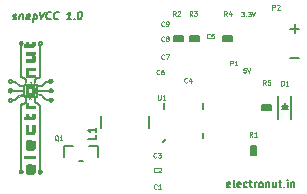
<source format=gto>
G04 #@! TF.FileFunction,Legend,Top*
%FSLAX46Y46*%
G04 Gerber Fmt 4.6, Leading zero omitted, Abs format (unit mm)*
G04 Created by KiCad (PCBNEW (2015-05-03 BZR 5637)-product) date 2015 September 09, Wednesday 10:45:35*
%MOMM*%
G01*
G04 APERTURE LIST*
%ADD10C,0.100000*%
%ADD11C,0.200000*%
%ADD12C,0.050800*%
%ADD13C,0.127000*%
%ADD14C,0.150000*%
%ADD15C,0.203200*%
%ADD16C,0.080000*%
%ADD17C,0.099695*%
%ADD18R,1.651000X1.651000*%
%ADD19C,1.651000*%
%ADD20R,1.100000X1.000000*%
%ADD21R,0.700000X0.900000*%
%ADD22R,1.016000X1.143000*%
%ADD23R,1.000000X1.100000*%
%ADD24R,0.280000X0.850000*%
%ADD25R,2.150000X1.700000*%
%ADD26R,0.700000X0.250000*%
%ADD27R,0.797560X0.797560*%
%ADD28R,0.900000X0.700000*%
%ADD29C,1.016000*%
%ADD30R,3.700000X1.500000*%
%ADD31C,3.216000*%
G04 APERTURE END LIST*
D10*
D11*
X144208548Y-100655429D02*
X144970453Y-100655429D01*
X144589501Y-101036381D02*
X144589501Y-100274476D01*
D12*
X140452929Y-103994857D02*
X140271500Y-103994857D01*
X140253357Y-104176286D01*
X140271500Y-104158143D01*
X140307786Y-104140000D01*
X140398500Y-104140000D01*
X140434786Y-104158143D01*
X140452929Y-104176286D01*
X140471072Y-104212571D01*
X140471072Y-104303286D01*
X140452929Y-104339571D01*
X140434786Y-104357714D01*
X140398500Y-104375857D01*
X140307786Y-104375857D01*
X140271500Y-104357714D01*
X140253357Y-104339571D01*
X140579929Y-103994857D02*
X140706929Y-104375857D01*
X140833929Y-103994857D01*
D11*
X144208548Y-103131929D02*
X144970453Y-103131929D01*
D12*
X140090072Y-99232357D02*
X140325929Y-99232357D01*
X140198929Y-99377500D01*
X140253357Y-99377500D01*
X140289643Y-99395643D01*
X140307786Y-99413786D01*
X140325929Y-99450071D01*
X140325929Y-99540786D01*
X140307786Y-99577071D01*
X140289643Y-99595214D01*
X140253357Y-99613357D01*
X140144500Y-99613357D01*
X140108214Y-99595214D01*
X140090072Y-99577071D01*
X140489214Y-99577071D02*
X140507357Y-99595214D01*
X140489214Y-99613357D01*
X140471071Y-99595214D01*
X140489214Y-99577071D01*
X140489214Y-99613357D01*
X140634358Y-99232357D02*
X140870215Y-99232357D01*
X140743215Y-99377500D01*
X140797643Y-99377500D01*
X140833929Y-99395643D01*
X140852072Y-99413786D01*
X140870215Y-99450071D01*
X140870215Y-99540786D01*
X140852072Y-99577071D01*
X140833929Y-99595214D01*
X140797643Y-99613357D01*
X140688786Y-99613357D01*
X140652500Y-99595214D01*
X140634358Y-99577071D01*
X140979072Y-99232357D02*
X141106072Y-99613357D01*
X141233072Y-99232357D01*
D13*
X139131523Y-114049024D02*
X139071047Y-114079262D01*
X138950095Y-114079262D01*
X138889618Y-114049024D01*
X138859380Y-113988548D01*
X138859380Y-113746643D01*
X138889618Y-113686167D01*
X138950095Y-113655929D01*
X139071047Y-113655929D01*
X139131523Y-113686167D01*
X139161761Y-113746643D01*
X139161761Y-113807119D01*
X138859380Y-113867595D01*
X139524619Y-114079262D02*
X139464143Y-114049024D01*
X139433904Y-113988548D01*
X139433904Y-113444262D01*
X140008428Y-114049024D02*
X139947952Y-114079262D01*
X139827000Y-114079262D01*
X139766523Y-114049024D01*
X139736285Y-113988548D01*
X139736285Y-113746643D01*
X139766523Y-113686167D01*
X139827000Y-113655929D01*
X139947952Y-113655929D01*
X140008428Y-113686167D01*
X140038666Y-113746643D01*
X140038666Y-113807119D01*
X139736285Y-113867595D01*
X140582952Y-114049024D02*
X140522476Y-114079262D01*
X140401524Y-114079262D01*
X140341048Y-114049024D01*
X140310809Y-114018786D01*
X140280571Y-113958310D01*
X140280571Y-113776881D01*
X140310809Y-113716405D01*
X140341048Y-113686167D01*
X140401524Y-113655929D01*
X140522476Y-113655929D01*
X140582952Y-113686167D01*
X140764381Y-113655929D02*
X141006286Y-113655929D01*
X140855095Y-113444262D02*
X140855095Y-113988548D01*
X140885334Y-114049024D01*
X140945810Y-114079262D01*
X141006286Y-114079262D01*
X141217952Y-114079262D02*
X141217952Y-113655929D01*
X141217952Y-113776881D02*
X141248191Y-113716405D01*
X141278429Y-113686167D01*
X141338905Y-113655929D01*
X141399381Y-113655929D01*
X141701762Y-114079262D02*
X141641286Y-114049024D01*
X141611047Y-114018786D01*
X141580809Y-113958310D01*
X141580809Y-113776881D01*
X141611047Y-113716405D01*
X141641286Y-113686167D01*
X141701762Y-113655929D01*
X141792476Y-113655929D01*
X141852952Y-113686167D01*
X141883190Y-113716405D01*
X141913428Y-113776881D01*
X141913428Y-113958310D01*
X141883190Y-114018786D01*
X141852952Y-114049024D01*
X141792476Y-114079262D01*
X141701762Y-114079262D01*
X142185571Y-113655929D02*
X142185571Y-114079262D01*
X142185571Y-113716405D02*
X142215810Y-113686167D01*
X142276286Y-113655929D01*
X142367000Y-113655929D01*
X142427476Y-113686167D01*
X142457714Y-113746643D01*
X142457714Y-114079262D01*
X143032238Y-113655929D02*
X143032238Y-114079262D01*
X142760095Y-113655929D02*
X142760095Y-113988548D01*
X142790334Y-114049024D01*
X142850810Y-114079262D01*
X142941524Y-114079262D01*
X143002000Y-114049024D01*
X143032238Y-114018786D01*
X143243905Y-113655929D02*
X143485810Y-113655929D01*
X143334619Y-113444262D02*
X143334619Y-113988548D01*
X143364858Y-114049024D01*
X143425334Y-114079262D01*
X143485810Y-114079262D01*
X143697476Y-114018786D02*
X143727715Y-114049024D01*
X143697476Y-114079262D01*
X143667238Y-114049024D01*
X143697476Y-114018786D01*
X143697476Y-114079262D01*
X143999857Y-114079262D02*
X143999857Y-113655929D01*
X143999857Y-113444262D02*
X143969619Y-113474500D01*
X143999857Y-113504738D01*
X144030096Y-113474500D01*
X143999857Y-113444262D01*
X143999857Y-113504738D01*
X144302238Y-113655929D02*
X144302238Y-114079262D01*
X144302238Y-113716405D02*
X144332477Y-113686167D01*
X144392953Y-113655929D01*
X144483667Y-113655929D01*
X144544143Y-113686167D01*
X144574381Y-113746643D01*
X144574381Y-114079262D01*
X120763014Y-99825024D02*
X120819711Y-99855262D01*
X120940663Y-99855262D01*
X121004919Y-99825024D01*
X121042716Y-99764548D01*
X121046496Y-99734310D01*
X121023817Y-99673833D01*
X120967121Y-99643595D01*
X120876407Y-99643595D01*
X120819710Y-99613357D01*
X120797031Y-99552881D01*
X120800811Y-99522643D01*
X120838609Y-99462167D01*
X120902865Y-99431929D01*
X120993579Y-99431929D01*
X121050276Y-99462167D01*
X121356436Y-99431929D02*
X121303520Y-99855262D01*
X121348877Y-99492405D02*
X121382896Y-99462167D01*
X121447151Y-99431929D01*
X121537865Y-99431929D01*
X121594562Y-99462167D01*
X121617240Y-99522643D01*
X121575663Y-99855262D01*
X122150187Y-99855262D02*
X122191764Y-99522643D01*
X122169086Y-99462167D01*
X122112389Y-99431929D01*
X121991437Y-99431929D01*
X121927181Y-99462167D01*
X122153967Y-99825024D02*
X122089711Y-99855262D01*
X121938521Y-99855262D01*
X121881824Y-99825024D01*
X121859145Y-99764548D01*
X121866705Y-99704071D01*
X121904502Y-99643595D01*
X121968759Y-99613357D01*
X122119949Y-99613357D01*
X122184205Y-99583119D01*
X122505484Y-99431929D02*
X122426109Y-100066929D01*
X122501705Y-99462167D02*
X122565961Y-99431929D01*
X122686913Y-99431929D01*
X122743610Y-99462167D01*
X122770068Y-99492405D01*
X122792746Y-99552881D01*
X122770068Y-99734310D01*
X122732270Y-99794786D01*
X122698253Y-99825024D01*
X122633997Y-99855262D01*
X122513045Y-99855262D01*
X122456348Y-99825024D01*
X123015753Y-99220262D02*
X123148045Y-99855262D01*
X123439087Y-99220262D01*
X123941795Y-99794786D02*
X123907778Y-99825024D01*
X123813283Y-99855262D01*
X123752807Y-99855262D01*
X123665873Y-99825024D01*
X123612956Y-99764548D01*
X123590277Y-99704071D01*
X123575158Y-99583119D01*
X123586497Y-99492405D01*
X123631854Y-99371452D01*
X123669653Y-99310976D01*
X123737688Y-99250500D01*
X123832182Y-99220262D01*
X123892658Y-99220262D01*
X123979593Y-99250500D01*
X124006051Y-99280738D01*
X124576795Y-99794786D02*
X124542778Y-99825024D01*
X124448283Y-99855262D01*
X124387807Y-99855262D01*
X124300873Y-99825024D01*
X124247956Y-99764548D01*
X124225277Y-99704071D01*
X124210158Y-99583119D01*
X124221497Y-99492405D01*
X124266854Y-99371452D01*
X124304653Y-99310976D01*
X124372688Y-99250500D01*
X124467182Y-99220262D01*
X124527658Y-99220262D01*
X124614593Y-99250500D01*
X124641051Y-99280738D01*
X125657808Y-99855262D02*
X125294950Y-99855262D01*
X125476379Y-99855262D02*
X125555754Y-99220262D01*
X125483939Y-99310976D01*
X125415903Y-99371452D01*
X125351646Y-99401690D01*
X125937509Y-99794786D02*
X125963969Y-99825024D01*
X125929950Y-99855262D01*
X125903492Y-99825024D01*
X125937509Y-99794786D01*
X125929950Y-99855262D01*
X126432659Y-99220262D02*
X126493135Y-99220262D01*
X126549831Y-99250500D01*
X126576289Y-99280738D01*
X126598968Y-99341214D01*
X126614088Y-99462167D01*
X126595189Y-99613357D01*
X126549831Y-99734310D01*
X126512033Y-99794786D01*
X126478016Y-99825024D01*
X126413760Y-99855262D01*
X126353284Y-99855262D01*
X126296588Y-99825024D01*
X126270129Y-99794786D01*
X126247450Y-99734310D01*
X126232331Y-99613357D01*
X126251230Y-99462167D01*
X126296587Y-99341214D01*
X126334385Y-99280738D01*
X126368403Y-99250500D01*
X126432659Y-99220262D01*
X126301500Y-111887000D02*
X126682500Y-111887000D01*
X127952500Y-111506000D02*
X127952500Y-110617000D01*
X127952500Y-110617000D02*
X127190500Y-110617000D01*
X125793500Y-110617000D02*
X125031500Y-110617000D01*
X125031500Y-110617000D02*
X125031500Y-111506000D01*
D14*
G36*
X141325600Y-110553500D02*
X140868400Y-110553500D01*
X140868400Y-111315500D01*
X141325600Y-111315500D01*
X141325600Y-110553500D01*
G37*
X141325600Y-110553500D02*
X140868400Y-110553500D01*
X140868400Y-111315500D01*
X141325600Y-111315500D01*
X141325600Y-110553500D01*
G36*
X134366000Y-101244400D02*
X134366000Y-101701600D01*
X135128000Y-101701600D01*
X135128000Y-101244400D01*
X134366000Y-101244400D01*
G37*
X134366000Y-101244400D02*
X134366000Y-101701600D01*
X135128000Y-101701600D01*
X135128000Y-101244400D01*
X134366000Y-101244400D01*
G36*
X136525000Y-101701600D02*
X136525000Y-101244400D01*
X135763000Y-101244400D01*
X135763000Y-101701600D01*
X136525000Y-101701600D01*
G37*
X136525000Y-101701600D02*
X136525000Y-101244400D01*
X135763000Y-101244400D01*
X135763000Y-101701600D01*
X136525000Y-101701600D01*
G36*
X138557000Y-101244400D02*
X138557000Y-101701600D01*
X139319000Y-101701600D01*
X139319000Y-101244400D01*
X138557000Y-101244400D01*
G37*
X138557000Y-101244400D02*
X138557000Y-101701600D01*
X139319000Y-101701600D01*
X139319000Y-101244400D01*
X138557000Y-101244400D01*
G36*
X142621000Y-107543600D02*
X142621000Y-107086400D01*
X141859000Y-107086400D01*
X141859000Y-107543600D01*
X142621000Y-107543600D01*
G37*
X142621000Y-107543600D02*
X142621000Y-107086400D01*
X141859000Y-107086400D01*
X141859000Y-107543600D01*
X142621000Y-107543600D01*
D15*
X133441500Y-110208000D02*
X133691500Y-109958000D01*
X133540500Y-106959400D02*
X133540500Y-107458000D01*
X136842500Y-106959400D02*
X136842500Y-107458000D01*
X136842500Y-109458000D02*
X136842500Y-109931200D01*
D14*
X144314000Y-108288000D02*
X144314000Y-106388000D01*
X143214000Y-108288000D02*
X143214000Y-106388000D01*
X143764000Y-107388000D02*
X143764000Y-106938000D01*
X143514000Y-107438000D02*
X144014000Y-107438000D01*
X143764000Y-107438000D02*
X143514000Y-107188000D01*
X143514000Y-107188000D02*
X144014000Y-107188000D01*
X144014000Y-107188000D02*
X143764000Y-107438000D01*
X132238500Y-109021500D02*
X132238500Y-108021500D01*
X128238500Y-109021500D02*
X128238500Y-108021500D01*
D10*
G36*
X121372942Y-101703422D02*
X121432761Y-101707473D01*
X121490648Y-101734447D01*
X121521361Y-101761582D01*
X121551038Y-101799455D01*
X121379591Y-101799455D01*
X121340768Y-101814983D01*
X121335397Y-101819730D01*
X121315761Y-101856644D01*
X121315914Y-101899641D01*
X121334965Y-101936585D01*
X121344584Y-101944922D01*
X121389439Y-101964956D01*
X121429781Y-101957593D01*
X121454334Y-101938667D01*
X121478926Y-101897455D01*
X121477365Y-101853547D01*
X121459202Y-101823361D01*
X121423542Y-101802380D01*
X121379591Y-101799455D01*
X121551038Y-101799455D01*
X121551650Y-101800235D01*
X121564867Y-101837750D01*
X121567222Y-101875456D01*
X121555981Y-101946779D01*
X121522308Y-102001045D01*
X121480460Y-102031473D01*
X121440222Y-102052281D01*
X121440222Y-103353713D01*
X121440222Y-104655146D01*
X121651415Y-104775046D01*
X121862607Y-104894945D01*
X121863081Y-105010207D01*
X121864181Y-105066450D01*
X121866678Y-105112959D01*
X121870086Y-105141545D01*
X121871053Y-105145009D01*
X121869617Y-105157602D01*
X121848245Y-105160448D01*
X121828720Y-105158730D01*
X121778889Y-105152913D01*
X121778889Y-105225012D01*
X121778889Y-105297111D01*
X122018778Y-105297111D01*
X122258667Y-105297111D01*
X122258667Y-105227408D01*
X122258667Y-105157704D01*
X122205750Y-105151642D01*
X122152834Y-105145580D01*
X122209278Y-105147262D01*
X122265722Y-105148945D01*
X122269988Y-105223028D01*
X122274253Y-105297111D01*
X122405500Y-105297111D01*
X122536748Y-105297111D01*
X122545874Y-105189149D01*
X122550588Y-105120612D01*
X122553885Y-105048302D01*
X122555000Y-104992977D01*
X122555000Y-104904768D01*
X122765181Y-104783378D01*
X122834805Y-104742197D01*
X122895704Y-104704340D01*
X122943668Y-104672572D01*
X122974484Y-104649659D01*
X122983903Y-104639729D01*
X122985158Y-104622625D01*
X122986358Y-104579333D01*
X122987488Y-104511886D01*
X122988536Y-104422318D01*
X122989489Y-104312661D01*
X122990332Y-104184950D01*
X122991053Y-104041219D01*
X122991638Y-103883500D01*
X122992074Y-103713827D01*
X122992347Y-103534234D01*
X122992445Y-103346755D01*
X122992445Y-103341931D01*
X122992445Y-102066392D01*
X122951357Y-102045145D01*
X122894638Y-102002474D01*
X122860504Y-101946667D01*
X122851334Y-101893730D01*
X122862950Y-101821073D01*
X122896418Y-101765422D01*
X122949662Y-101728814D01*
X123020607Y-101713288D01*
X123035488Y-101712889D01*
X123079014Y-101717501D01*
X123113817Y-101735440D01*
X123141191Y-101760035D01*
X123172351Y-101797605D01*
X123174630Y-101801551D01*
X123025769Y-101801551D01*
X122986317Y-101809037D01*
X122956126Y-101833644D01*
X122940719Y-101869851D01*
X122945620Y-101912135D01*
X122955153Y-101930518D01*
X122989581Y-101960100D01*
X123035089Y-101966325D01*
X123078039Y-101952282D01*
X123100965Y-101926049D01*
X123106853Y-101888052D01*
X123096386Y-101848492D01*
X123070248Y-101817571D01*
X123068962Y-101816708D01*
X123025769Y-101801551D01*
X123174630Y-101801551D01*
X123194352Y-101835694D01*
X123198412Y-101847326D01*
X123199695Y-101903575D01*
X123180846Y-101962058D01*
X123146498Y-102011470D01*
X123123516Y-102030162D01*
X123078198Y-102058611D01*
X123077180Y-103385056D01*
X123076163Y-104711500D01*
X122864970Y-104831399D01*
X122653778Y-104951299D01*
X122653778Y-105057872D01*
X122653778Y-105164444D01*
X122604389Y-105158678D01*
X122555000Y-105152913D01*
X122555000Y-105225012D01*
X122555000Y-105297111D01*
X122605784Y-105297111D01*
X122668495Y-105306751D01*
X122725060Y-105332503D01*
X122766090Y-105369612D01*
X122773975Y-105382266D01*
X122781894Y-105395889D01*
X122218785Y-105395889D01*
X122093437Y-105396025D01*
X121993292Y-105396530D01*
X121915334Y-105397557D01*
X121856545Y-105399253D01*
X121813908Y-105401769D01*
X121784404Y-105405255D01*
X121765017Y-105409860D01*
X121752730Y-105415734D01*
X121748250Y-105419243D01*
X121740989Y-105427495D01*
X121735228Y-105439697D01*
X121732313Y-105452334D01*
X121561354Y-105452334D01*
X121560167Y-105452334D01*
X121515798Y-105453044D01*
X121492704Y-105457703D01*
X121483939Y-105470098D01*
X121482556Y-105494020D01*
X121482556Y-105494667D01*
X121483859Y-105518868D01*
X121492400Y-105531465D01*
X121515125Y-105536246D01*
X121558980Y-105537000D01*
X121560167Y-105537000D01*
X121604536Y-105536289D01*
X121627630Y-105531631D01*
X121636395Y-105519235D01*
X121637778Y-105495314D01*
X121637778Y-105494667D01*
X121636475Y-105470466D01*
X121627934Y-105457869D01*
X121605209Y-105453088D01*
X121561354Y-105452334D01*
X121732313Y-105452334D01*
X121730794Y-105458920D01*
X121727516Y-105488235D01*
X121725222Y-105530713D01*
X121723739Y-105589426D01*
X121722897Y-105667445D01*
X121722523Y-105767841D01*
X121722445Y-105880271D01*
X121722583Y-106004548D01*
X121723102Y-106103648D01*
X121724153Y-106180614D01*
X121725588Y-106228445D01*
X121561354Y-106228445D01*
X121560167Y-106228445D01*
X121515798Y-106229156D01*
X121492704Y-106233814D01*
X121483939Y-106246210D01*
X121482556Y-106270131D01*
X121482556Y-106270778D01*
X121483859Y-106294979D01*
X121492400Y-106307576D01*
X121515125Y-106312357D01*
X121558980Y-106313111D01*
X121560167Y-106313111D01*
X121604536Y-106312401D01*
X121627630Y-106307742D01*
X121636395Y-106295347D01*
X121637778Y-106271425D01*
X121637778Y-106270778D01*
X121636475Y-106246577D01*
X121627934Y-106233980D01*
X121605209Y-106229199D01*
X121561354Y-106228445D01*
X121725588Y-106228445D01*
X121725890Y-106238490D01*
X121728468Y-106280320D01*
X121732038Y-106309149D01*
X121736755Y-106328019D01*
X121742771Y-106339975D01*
X121745798Y-106343750D01*
X121753987Y-106350959D01*
X121766097Y-106356690D01*
X121785172Y-106361113D01*
X121814259Y-106364394D01*
X121856400Y-106366702D01*
X121914640Y-106368204D01*
X121992025Y-106369069D01*
X122091598Y-106369463D01*
X122213882Y-106369556D01*
X122339230Y-106369420D01*
X122439375Y-106368915D01*
X122517333Y-106367888D01*
X122576122Y-106366192D01*
X122618759Y-106363676D01*
X122648263Y-106360190D01*
X122667650Y-106355585D01*
X122679937Y-106349711D01*
X122684417Y-106346202D01*
X122691678Y-106337950D01*
X122697439Y-106325748D01*
X122701873Y-106306525D01*
X122705151Y-106277210D01*
X122707445Y-106234732D01*
X122708928Y-106176019D01*
X122709770Y-106098000D01*
X122710144Y-105997604D01*
X122710222Y-105885174D01*
X122710084Y-105760897D01*
X122709565Y-105661797D01*
X122708514Y-105584831D01*
X122706777Y-105526955D01*
X122704199Y-105485125D01*
X122700629Y-105456296D01*
X122695912Y-105437426D01*
X122689896Y-105425470D01*
X122686869Y-105421695D01*
X122678680Y-105414486D01*
X122666570Y-105408755D01*
X122647495Y-105404332D01*
X122618408Y-105401051D01*
X122576267Y-105398743D01*
X122518027Y-105397241D01*
X122440642Y-105396376D01*
X122341069Y-105395982D01*
X122218785Y-105395889D01*
X122781894Y-105395889D01*
X122783699Y-105398993D01*
X122795946Y-105410482D01*
X122816085Y-105418166D01*
X122849484Y-105423480D01*
X122901510Y-105427859D01*
X122958356Y-105431541D01*
X123065281Y-105438222D01*
X122865445Y-105438222D01*
X122823677Y-105439147D01*
X122802850Y-105444834D01*
X122795681Y-105459651D01*
X122794889Y-105480556D01*
X122796431Y-105505616D01*
X122805908Y-105518113D01*
X122830603Y-105522414D01*
X122865445Y-105522889D01*
X122907212Y-105521964D01*
X122928040Y-105516278D01*
X122935208Y-105501461D01*
X122936000Y-105480556D01*
X122934459Y-105455496D01*
X122924981Y-105442999D01*
X122900287Y-105438698D01*
X122865445Y-105438222D01*
X123065281Y-105438222D01*
X123122562Y-105441801D01*
X123322263Y-105242456D01*
X123521964Y-105043111D01*
X123634677Y-105042568D01*
X123690957Y-105041841D01*
X123726256Y-105038759D01*
X123747812Y-105030964D01*
X123762866Y-105016101D01*
X123775611Y-104996707D01*
X123819996Y-104948255D01*
X123877751Y-104917192D01*
X123939890Y-104907770D01*
X123958867Y-104909951D01*
X124017668Y-104933591D01*
X124063963Y-104976131D01*
X124078288Y-105002336D01*
X123910940Y-105002336D01*
X123875189Y-105014919D01*
X123866709Y-105022697D01*
X123848112Y-105063236D01*
X123850706Y-105106206D01*
X123871008Y-105143350D01*
X123905537Y-105166416D01*
X123928892Y-105170111D01*
X123967802Y-105158043D01*
X123995234Y-105127640D01*
X124007793Y-105087608D01*
X124002085Y-105046654D01*
X123986270Y-105022953D01*
X123952434Y-105005024D01*
X123910940Y-105002336D01*
X124078288Y-105002336D01*
X124093900Y-105030892D01*
X124103630Y-105091197D01*
X124092896Y-105142410D01*
X124057000Y-105198200D01*
X124007085Y-105235536D01*
X123949217Y-105253930D01*
X123889459Y-105252894D01*
X123833878Y-105231940D01*
X123788540Y-105190581D01*
X123774528Y-105168016D01*
X123761538Y-105146527D01*
X123745421Y-105134467D01*
X123718398Y-105129128D01*
X123672692Y-105127801D01*
X123659009Y-105127778D01*
X123564298Y-105127778D01*
X123366566Y-105323782D01*
X123168834Y-105519786D01*
X123027722Y-105528236D01*
X122961912Y-105531919D01*
X122901813Y-105534825D01*
X122856255Y-105536548D01*
X122840750Y-105536843D01*
X122794889Y-105537000D01*
X122794889Y-105676020D01*
X122794889Y-105815039D01*
X122911306Y-105824102D01*
X122958352Y-105826639D01*
X123028116Y-105828909D01*
X123115093Y-105830807D01*
X123213781Y-105832227D01*
X123318675Y-105833065D01*
X123390133Y-105833249D01*
X123500617Y-105833185D01*
X123586168Y-105832774D01*
X123650073Y-105831770D01*
X123695622Y-105829931D01*
X123726103Y-105827013D01*
X123744804Y-105822771D01*
X123755013Y-105816962D01*
X123760020Y-105809343D01*
X123761303Y-105805731D01*
X123784279Y-105769432D01*
X123824840Y-105734148D01*
X123873107Y-105707382D01*
X123902762Y-105698319D01*
X123963120Y-105700079D01*
X124018652Y-105724619D01*
X124064013Y-105766500D01*
X124078646Y-105792868D01*
X123949075Y-105792868D01*
X123907721Y-105794319D01*
X123870364Y-105813889D01*
X123855971Y-105833334D01*
X122865445Y-105833334D01*
X122823677Y-105834258D01*
X122802850Y-105839945D01*
X122795681Y-105854762D01*
X122794889Y-105875667D01*
X122796431Y-105900727D01*
X122805908Y-105913224D01*
X122830603Y-105917525D01*
X122865445Y-105918000D01*
X122907212Y-105917075D01*
X122928040Y-105911389D01*
X122935208Y-105896572D01*
X122936000Y-105875667D01*
X122934459Y-105850607D01*
X122924981Y-105838110D01*
X122900287Y-105833809D01*
X122865445Y-105833334D01*
X123855971Y-105833334D01*
X123845159Y-105847943D01*
X123839111Y-105878807D01*
X123851079Y-105911928D01*
X123880022Y-105941967D01*
X123915496Y-105959147D01*
X123926195Y-105960334D01*
X123966626Y-105948302D01*
X123995108Y-105917944D01*
X124008128Y-105877864D01*
X124002173Y-105836668D01*
X123986270Y-105813175D01*
X123949075Y-105792868D01*
X124078646Y-105792868D01*
X124093861Y-105820283D01*
X124102850Y-105880530D01*
X124100575Y-105899622D01*
X124081359Y-105948507D01*
X124046299Y-105995819D01*
X124044021Y-105998135D01*
X124006940Y-106029389D01*
X123970847Y-106042851D01*
X123938599Y-106045000D01*
X123866962Y-106034148D01*
X123810151Y-106003182D01*
X123775488Y-105960095D01*
X123753720Y-105918000D01*
X123390721Y-105918085D01*
X123284677Y-105918470D01*
X123181137Y-105919508D01*
X123085597Y-105921093D01*
X123003553Y-105923121D01*
X122940501Y-105925486D01*
X122911306Y-105927232D01*
X122794889Y-105936294D01*
X122794889Y-106066167D01*
X122794889Y-106196039D01*
X122911306Y-106205102D01*
X122975748Y-106209504D01*
X123038300Y-106212752D01*
X123086672Y-106214221D01*
X123091411Y-106214249D01*
X123113685Y-106214813D01*
X123133142Y-106218170D01*
X123153215Y-106226923D01*
X123177337Y-106243671D01*
X123208939Y-106271013D01*
X123251453Y-106311551D01*
X123308311Y-106367884D01*
X123352278Y-106411889D01*
X123549455Y-106609445D01*
X123646505Y-106609445D01*
X123698311Y-106608714D01*
X123731488Y-106604031D01*
X123755628Y-106591659D01*
X123780323Y-106567862D01*
X123794861Y-106551654D01*
X123831431Y-106515221D01*
X123865100Y-106496091D01*
X123907820Y-106487573D01*
X123909667Y-106487380D01*
X123978900Y-106492719D01*
X124037016Y-106521825D01*
X124079140Y-106571928D01*
X124079354Y-106572375D01*
X123929400Y-106572375D01*
X123903407Y-106578079D01*
X123888819Y-106586772D01*
X123853713Y-106622385D01*
X123844801Y-106663827D01*
X123858732Y-106700788D01*
X123894459Y-106736100D01*
X123936087Y-106744643D01*
X123974659Y-106729709D01*
X123998897Y-106707657D01*
X124006598Y-106677999D01*
X124005718Y-106654556D01*
X123997044Y-106614669D01*
X123974899Y-106590804D01*
X123961832Y-106583720D01*
X123929400Y-106572375D01*
X124079354Y-106572375D01*
X124086905Y-106588134D01*
X124103544Y-106639408D01*
X124103206Y-106682977D01*
X124086301Y-106732639D01*
X124049885Y-106785265D01*
X123998963Y-106818680D01*
X123940011Y-106832549D01*
X123879504Y-106826538D01*
X123823917Y-106800311D01*
X123779725Y-106753535D01*
X123776726Y-106748643D01*
X123763582Y-106728740D01*
X123748515Y-106716748D01*
X123724611Y-106710665D01*
X123684952Y-106708492D01*
X123637048Y-106708222D01*
X123521246Y-106708222D01*
X123316818Y-106502852D01*
X123112389Y-106297481D01*
X123024165Y-106301769D01*
X122935941Y-106306056D01*
X122935971Y-106260195D01*
X122934706Y-106233069D01*
X122926014Y-106219533D01*
X122902617Y-106214863D01*
X122865331Y-106214334D01*
X122794661Y-106214334D01*
X122796932Y-106274364D01*
X122788260Y-106345958D01*
X122757988Y-106403852D01*
X122708462Y-106443666D01*
X122705353Y-106445184D01*
X122656906Y-106468173D01*
X122656896Y-106468334D01*
X122597981Y-106468334D01*
X122597334Y-106468334D01*
X122573132Y-106469637D01*
X122560536Y-106478178D01*
X122555755Y-106500902D01*
X122555000Y-106544758D01*
X122555000Y-106545945D01*
X122555711Y-106590314D01*
X122560370Y-106613408D01*
X122572765Y-106622173D01*
X122596686Y-106623556D01*
X122597334Y-106623556D01*
X122621535Y-106622253D01*
X122634131Y-106613712D01*
X122638912Y-106590987D01*
X122639667Y-106547132D01*
X122639667Y-106545945D01*
X122638956Y-106501576D01*
X122634297Y-106478482D01*
X122621902Y-106469717D01*
X122597981Y-106468334D01*
X122656896Y-106468334D01*
X122646564Y-106640296D01*
X122642329Y-106701931D01*
X122639986Y-106748603D01*
X122642388Y-106784236D01*
X122652385Y-106812755D01*
X122672829Y-106838085D01*
X122706573Y-106864150D01*
X122756466Y-106894875D01*
X122825361Y-106934185D01*
X122884543Y-106967836D01*
X123077111Y-107078108D01*
X123077111Y-109828086D01*
X123077111Y-112578065D01*
X123130028Y-112626559D01*
X123162410Y-112659514D01*
X123166126Y-112666481D01*
X123030829Y-112666481D01*
X122988003Y-112667977D01*
X122950111Y-112691334D01*
X122926002Y-112730119D01*
X122925166Y-112768580D01*
X122943052Y-112801660D01*
X122975112Y-112824300D01*
X123016795Y-112831445D01*
X123063551Y-112818038D01*
X123063928Y-112817837D01*
X123084684Y-112792555D01*
X123091071Y-112753911D01*
X123082748Y-112713034D01*
X123067869Y-112688917D01*
X123030829Y-112666481D01*
X123166126Y-112666481D01*
X123178017Y-112688770D01*
X123182757Y-112727417D01*
X123182945Y-112743787D01*
X123172299Y-112817071D01*
X123140113Y-112872306D01*
X123086010Y-112910113D01*
X123080788Y-112912377D01*
X123014933Y-112926443D01*
X122952316Y-112916040D01*
X122898644Y-112884455D01*
X122859624Y-112834979D01*
X122841319Y-112774353D01*
X122844624Y-112702293D01*
X122871143Y-112643786D01*
X122919448Y-112601710D01*
X122929582Y-112596465D01*
X122978334Y-112573218D01*
X122978194Y-109848859D01*
X122978055Y-107124500D01*
X122766994Y-107004556D01*
X122555934Y-106884611D01*
X122555382Y-106792889D01*
X122553895Y-106731616D01*
X122550512Y-106657836D01*
X122545953Y-106587144D01*
X122545769Y-106584750D01*
X122536706Y-106468334D01*
X122349002Y-106468334D01*
X122161297Y-106468334D01*
X122156206Y-106549472D01*
X122151114Y-106630611D01*
X122148446Y-106549472D01*
X122145778Y-106468334D01*
X122013114Y-106468334D01*
X121880451Y-106468334D01*
X121821222Y-106468334D01*
X121796162Y-106469875D01*
X121783665Y-106479353D01*
X121779364Y-106504047D01*
X121778889Y-106538889D01*
X121779814Y-106580656D01*
X121785501Y-106601484D01*
X121800317Y-106608652D01*
X121821222Y-106609445D01*
X121846283Y-106607903D01*
X121858779Y-106598425D01*
X121863080Y-106573731D01*
X121863556Y-106538889D01*
X121862631Y-106497122D01*
X121856944Y-106476294D01*
X121842128Y-106469126D01*
X121821222Y-106468334D01*
X121880451Y-106468334D01*
X121871342Y-106634139D01*
X121867475Y-106703128D01*
X121863884Y-106764665D01*
X121860998Y-106811577D01*
X121859367Y-106835222D01*
X121854857Y-106850405D01*
X121841588Y-106867119D01*
X121816238Y-106887801D01*
X121775486Y-106914890D01*
X121716010Y-106950823D01*
X121648361Y-106990078D01*
X121440222Y-107109655D01*
X121440222Y-109836043D01*
X121440230Y-110162126D01*
X121440258Y-110461160D01*
X121440320Y-110734318D01*
X121440425Y-110982774D01*
X121440584Y-111207700D01*
X121440810Y-111410270D01*
X121441112Y-111591658D01*
X121441503Y-111753037D01*
X121441992Y-111895579D01*
X121442591Y-112020459D01*
X121443311Y-112128849D01*
X121444163Y-112221922D01*
X121445158Y-112300853D01*
X121446308Y-112366814D01*
X121447622Y-112420978D01*
X121449113Y-112464519D01*
X121450791Y-112498610D01*
X121452667Y-112524424D01*
X121454752Y-112543135D01*
X121457058Y-112555915D01*
X121459596Y-112563939D01*
X121462375Y-112568378D01*
X121465409Y-112570408D01*
X121465960Y-112570601D01*
X121510156Y-112597434D01*
X121547968Y-112643006D01*
X121551987Y-112652014D01*
X121416415Y-112652014D01*
X121376016Y-112660014D01*
X121338149Y-112692807D01*
X121336095Y-112695508D01*
X121317361Y-112724521D01*
X121315674Y-112746476D01*
X121328164Y-112773119D01*
X121348479Y-112799189D01*
X121377166Y-112809848D01*
X121405069Y-112811278D01*
X121445356Y-112807299D01*
X121468372Y-112792244D01*
X121476979Y-112778337D01*
X121487352Y-112730800D01*
X121469927Y-112687074D01*
X121454090Y-112669947D01*
X121416415Y-112652014D01*
X121551987Y-112652014D01*
X121572438Y-112697841D01*
X121577136Y-112722011D01*
X121571762Y-112787133D01*
X121544128Y-112842651D01*
X121499505Y-112884458D01*
X121443165Y-112908445D01*
X121380379Y-112910505D01*
X121346821Y-112901504D01*
X121291877Y-112867395D01*
X121250922Y-112816306D01*
X121230020Y-112756682D01*
X121228556Y-112736774D01*
X121236983Y-112688583D01*
X121258558Y-112640487D01*
X121287719Y-112602358D01*
X121313923Y-112585278D01*
X121317195Y-112583857D01*
X121320197Y-112580980D01*
X121322940Y-112575478D01*
X121325437Y-112566181D01*
X121327698Y-112551921D01*
X121329736Y-112531527D01*
X121331562Y-112503831D01*
X121333187Y-112467662D01*
X121334624Y-112421853D01*
X121335883Y-112365234D01*
X121336977Y-112296635D01*
X121337918Y-112214887D01*
X121338716Y-112118821D01*
X121339384Y-112007267D01*
X121339933Y-111879057D01*
X121340375Y-111733021D01*
X121340721Y-111567989D01*
X121340983Y-111382792D01*
X121341173Y-111176262D01*
X121341302Y-110947228D01*
X121341382Y-110694522D01*
X121341425Y-110416974D01*
X121341442Y-110113415D01*
X121341445Y-109820082D01*
X121341445Y-107063620D01*
X121553111Y-106941056D01*
X121764778Y-106818491D01*
X121764778Y-106636357D01*
X121764216Y-106559300D01*
X121762247Y-106506507D01*
X121758443Y-106474039D01*
X121752379Y-106457955D01*
X121745073Y-106454222D01*
X121725539Y-106444226D01*
X121697166Y-106419712D01*
X121667845Y-106388892D01*
X121645466Y-106359981D01*
X121637778Y-106342534D01*
X121624604Y-106337042D01*
X121588768Y-106330990D01*
X121535802Y-106325128D01*
X121473659Y-106320352D01*
X121309540Y-106310097D01*
X121110121Y-106509160D01*
X120910703Y-106708222D01*
X120795856Y-106708222D01*
X120681010Y-106708222D01*
X120653372Y-106755065D01*
X120619865Y-106793673D01*
X120573101Y-106826513D01*
X120524492Y-106846442D01*
X120502775Y-106849334D01*
X120452499Y-106838226D01*
X120400875Y-106809759D01*
X120360312Y-106771220D01*
X120354029Y-106761988D01*
X120329235Y-106696039D01*
X120330438Y-106626890D01*
X120346850Y-106580761D01*
X120384236Y-106535578D01*
X120435940Y-106507873D01*
X120494980Y-106497563D01*
X120554373Y-106504567D01*
X120607136Y-106528800D01*
X120646286Y-106570181D01*
X120653667Y-106584396D01*
X120653770Y-106584592D01*
X120519051Y-106584592D01*
X120476225Y-106586089D01*
X120438334Y-106609445D01*
X120414224Y-106648230D01*
X120413388Y-106686691D01*
X120431274Y-106719771D01*
X120463334Y-106742411D01*
X120505017Y-106749556D01*
X120551774Y-106736149D01*
X120552150Y-106735948D01*
X120572906Y-106710666D01*
X120579293Y-106672022D01*
X120570971Y-106631145D01*
X120556091Y-106607028D01*
X120519051Y-106584592D01*
X120653770Y-106584592D01*
X120664468Y-106604914D01*
X120678952Y-106616635D01*
X120704409Y-106622012D01*
X120748133Y-106623500D01*
X120770051Y-106623556D01*
X120869100Y-106623556D01*
X121066278Y-106426000D01*
X121134019Y-106358380D01*
X121185319Y-106308247D01*
X121223547Y-106272991D01*
X121252077Y-106250001D01*
X121274280Y-106236668D01*
X121293527Y-106230380D01*
X121313190Y-106228528D01*
X121321449Y-106228445D01*
X121362404Y-106227422D01*
X121420950Y-106224697D01*
X121486544Y-106220786D01*
X121508610Y-106219276D01*
X121637778Y-106210108D01*
X121637778Y-106080257D01*
X121637778Y-105950406D01*
X121521361Y-105941343D01*
X121474588Y-105938827D01*
X121405023Y-105936572D01*
X121318098Y-105934681D01*
X121219242Y-105933257D01*
X121113885Y-105932402D01*
X121036793Y-105932196D01*
X120668641Y-105932111D01*
X120652553Y-105967422D01*
X120621954Y-106006546D01*
X120574462Y-106038709D01*
X120521404Y-106057090D01*
X120500393Y-106059059D01*
X120450866Y-106047973D01*
X120399333Y-106019495D01*
X120357394Y-105980958D01*
X120343497Y-105959910D01*
X120331541Y-105922001D01*
X120325747Y-105875669D01*
X120325653Y-105870479D01*
X120329663Y-105832540D01*
X120345636Y-105800115D01*
X120378978Y-105762372D01*
X120380229Y-105761118D01*
X120416546Y-105728158D01*
X120447294Y-105711804D01*
X120484454Y-105706562D01*
X120499682Y-105706334D01*
X120548844Y-105711014D01*
X120587800Y-105729127D01*
X120614231Y-105750129D01*
X120643979Y-105780162D01*
X120651542Y-105791000D01*
X120501834Y-105791000D01*
X120475763Y-105801256D01*
X120445233Y-105825739D01*
X120420077Y-105855020D01*
X120410111Y-105878941D01*
X120420924Y-105911548D01*
X120446445Y-105944014D01*
X120476298Y-105963266D01*
X120477234Y-105963524D01*
X120521048Y-105962532D01*
X120559916Y-105941329D01*
X120578882Y-105914804D01*
X120590170Y-105881399D01*
X120587295Y-105858913D01*
X120567293Y-105834104D01*
X120558919Y-105825637D01*
X120529182Y-105801985D01*
X120503473Y-105791083D01*
X120501834Y-105791000D01*
X120651542Y-105791000D01*
X120661823Y-105805731D01*
X120664111Y-105813629D01*
X120668115Y-105819441D01*
X120681976Y-105824027D01*
X120708472Y-105827523D01*
X120750382Y-105830060D01*
X120810481Y-105831774D01*
X120891548Y-105832798D01*
X120996359Y-105833265D01*
X121073334Y-105833334D01*
X121482556Y-105833334D01*
X121482556Y-105882722D01*
X121482556Y-105932111D01*
X121559150Y-105932111D01*
X121635743Y-105932111D01*
X121636858Y-105743710D01*
X121637973Y-105555309D01*
X121521459Y-105546239D01*
X121455594Y-105541805D01*
X121390275Y-105538548D01*
X121338556Y-105537105D01*
X121334200Y-105537085D01*
X121263455Y-105537000D01*
X121066278Y-105339445D01*
X120869100Y-105141889D01*
X120770134Y-105141978D01*
X120717789Y-105142747D01*
X120685945Y-105146674D01*
X120666886Y-105156363D01*
X120652895Y-105174419D01*
X120647701Y-105183314D01*
X120606509Y-105231782D01*
X120554605Y-105258743D01*
X120497534Y-105265759D01*
X120440842Y-105254392D01*
X120390071Y-105226205D01*
X120350769Y-105182761D01*
X120328478Y-105125622D01*
X120325445Y-105092500D01*
X120338301Y-105025881D01*
X120373889Y-104971700D01*
X120427742Y-104934873D01*
X120481152Y-104921192D01*
X120549033Y-104924091D01*
X120601921Y-104949471D01*
X120642917Y-104997110D01*
X120649631Y-105006966D01*
X120502745Y-105006966D01*
X120464170Y-105015689D01*
X120433703Y-105040690D01*
X120417180Y-105076220D01*
X120420440Y-105116533D01*
X120428900Y-105133185D01*
X120464821Y-105169222D01*
X120506200Y-105178523D01*
X120544858Y-105163901D01*
X120573278Y-105130577D01*
X120581176Y-105088055D01*
X120568641Y-105046416D01*
X120543589Y-105020268D01*
X120502745Y-105006966D01*
X120649631Y-105006966D01*
X120658127Y-105019435D01*
X120673898Y-105032813D01*
X120697477Y-105039580D01*
X120736111Y-105042074D01*
X120783885Y-105042568D01*
X120896603Y-105043111D01*
X121103066Y-105249230D01*
X121309528Y-105455349D01*
X121473653Y-105445094D01*
X121537904Y-105440122D01*
X121590359Y-105434240D01*
X121625488Y-105428195D01*
X121637778Y-105422911D01*
X121647187Y-105403221D01*
X121670247Y-105373987D01*
X121699208Y-105343435D01*
X121726319Y-105319795D01*
X121742982Y-105311222D01*
X121752165Y-105297998D01*
X121760876Y-105261872D01*
X121768477Y-105208164D01*
X121774330Y-105142194D01*
X121777800Y-105069282D01*
X121778462Y-105014889D01*
X121778204Y-104951389D01*
X121567059Y-104831445D01*
X121355914Y-104711500D01*
X121355646Y-103385056D01*
X121355377Y-102058611D01*
X121314344Y-102035268D01*
X121260647Y-101989743D01*
X121229570Y-101929280D01*
X121222784Y-101875182D01*
X121236110Y-101808173D01*
X121269193Y-101755835D01*
X121316612Y-101720230D01*
X121372942Y-101703422D01*
X121372942Y-101703422D01*
X121372942Y-101703422D01*
G37*
X121372942Y-101703422D02*
X121432761Y-101707473D01*
X121490648Y-101734447D01*
X121521361Y-101761582D01*
X121551038Y-101799455D01*
X121379591Y-101799455D01*
X121340768Y-101814983D01*
X121335397Y-101819730D01*
X121315761Y-101856644D01*
X121315914Y-101899641D01*
X121334965Y-101936585D01*
X121344584Y-101944922D01*
X121389439Y-101964956D01*
X121429781Y-101957593D01*
X121454334Y-101938667D01*
X121478926Y-101897455D01*
X121477365Y-101853547D01*
X121459202Y-101823361D01*
X121423542Y-101802380D01*
X121379591Y-101799455D01*
X121551038Y-101799455D01*
X121551650Y-101800235D01*
X121564867Y-101837750D01*
X121567222Y-101875456D01*
X121555981Y-101946779D01*
X121522308Y-102001045D01*
X121480460Y-102031473D01*
X121440222Y-102052281D01*
X121440222Y-103353713D01*
X121440222Y-104655146D01*
X121651415Y-104775046D01*
X121862607Y-104894945D01*
X121863081Y-105010207D01*
X121864181Y-105066450D01*
X121866678Y-105112959D01*
X121870086Y-105141545D01*
X121871053Y-105145009D01*
X121869617Y-105157602D01*
X121848245Y-105160448D01*
X121828720Y-105158730D01*
X121778889Y-105152913D01*
X121778889Y-105225012D01*
X121778889Y-105297111D01*
X122018778Y-105297111D01*
X122258667Y-105297111D01*
X122258667Y-105227408D01*
X122258667Y-105157704D01*
X122205750Y-105151642D01*
X122152834Y-105145580D01*
X122209278Y-105147262D01*
X122265722Y-105148945D01*
X122269988Y-105223028D01*
X122274253Y-105297111D01*
X122405500Y-105297111D01*
X122536748Y-105297111D01*
X122545874Y-105189149D01*
X122550588Y-105120612D01*
X122553885Y-105048302D01*
X122555000Y-104992977D01*
X122555000Y-104904768D01*
X122765181Y-104783378D01*
X122834805Y-104742197D01*
X122895704Y-104704340D01*
X122943668Y-104672572D01*
X122974484Y-104649659D01*
X122983903Y-104639729D01*
X122985158Y-104622625D01*
X122986358Y-104579333D01*
X122987488Y-104511886D01*
X122988536Y-104422318D01*
X122989489Y-104312661D01*
X122990332Y-104184950D01*
X122991053Y-104041219D01*
X122991638Y-103883500D01*
X122992074Y-103713827D01*
X122992347Y-103534234D01*
X122992445Y-103346755D01*
X122992445Y-103341931D01*
X122992445Y-102066392D01*
X122951357Y-102045145D01*
X122894638Y-102002474D01*
X122860504Y-101946667D01*
X122851334Y-101893730D01*
X122862950Y-101821073D01*
X122896418Y-101765422D01*
X122949662Y-101728814D01*
X123020607Y-101713288D01*
X123035488Y-101712889D01*
X123079014Y-101717501D01*
X123113817Y-101735440D01*
X123141191Y-101760035D01*
X123172351Y-101797605D01*
X123174630Y-101801551D01*
X123025769Y-101801551D01*
X122986317Y-101809037D01*
X122956126Y-101833644D01*
X122940719Y-101869851D01*
X122945620Y-101912135D01*
X122955153Y-101930518D01*
X122989581Y-101960100D01*
X123035089Y-101966325D01*
X123078039Y-101952282D01*
X123100965Y-101926049D01*
X123106853Y-101888052D01*
X123096386Y-101848492D01*
X123070248Y-101817571D01*
X123068962Y-101816708D01*
X123025769Y-101801551D01*
X123174630Y-101801551D01*
X123194352Y-101835694D01*
X123198412Y-101847326D01*
X123199695Y-101903575D01*
X123180846Y-101962058D01*
X123146498Y-102011470D01*
X123123516Y-102030162D01*
X123078198Y-102058611D01*
X123077180Y-103385056D01*
X123076163Y-104711500D01*
X122864970Y-104831399D01*
X122653778Y-104951299D01*
X122653778Y-105057872D01*
X122653778Y-105164444D01*
X122604389Y-105158678D01*
X122555000Y-105152913D01*
X122555000Y-105225012D01*
X122555000Y-105297111D01*
X122605784Y-105297111D01*
X122668495Y-105306751D01*
X122725060Y-105332503D01*
X122766090Y-105369612D01*
X122773975Y-105382266D01*
X122781894Y-105395889D01*
X122218785Y-105395889D01*
X122093437Y-105396025D01*
X121993292Y-105396530D01*
X121915334Y-105397557D01*
X121856545Y-105399253D01*
X121813908Y-105401769D01*
X121784404Y-105405255D01*
X121765017Y-105409860D01*
X121752730Y-105415734D01*
X121748250Y-105419243D01*
X121740989Y-105427495D01*
X121735228Y-105439697D01*
X121732313Y-105452334D01*
X121561354Y-105452334D01*
X121560167Y-105452334D01*
X121515798Y-105453044D01*
X121492704Y-105457703D01*
X121483939Y-105470098D01*
X121482556Y-105494020D01*
X121482556Y-105494667D01*
X121483859Y-105518868D01*
X121492400Y-105531465D01*
X121515125Y-105536246D01*
X121558980Y-105537000D01*
X121560167Y-105537000D01*
X121604536Y-105536289D01*
X121627630Y-105531631D01*
X121636395Y-105519235D01*
X121637778Y-105495314D01*
X121637778Y-105494667D01*
X121636475Y-105470466D01*
X121627934Y-105457869D01*
X121605209Y-105453088D01*
X121561354Y-105452334D01*
X121732313Y-105452334D01*
X121730794Y-105458920D01*
X121727516Y-105488235D01*
X121725222Y-105530713D01*
X121723739Y-105589426D01*
X121722897Y-105667445D01*
X121722523Y-105767841D01*
X121722445Y-105880271D01*
X121722583Y-106004548D01*
X121723102Y-106103648D01*
X121724153Y-106180614D01*
X121725588Y-106228445D01*
X121561354Y-106228445D01*
X121560167Y-106228445D01*
X121515798Y-106229156D01*
X121492704Y-106233814D01*
X121483939Y-106246210D01*
X121482556Y-106270131D01*
X121482556Y-106270778D01*
X121483859Y-106294979D01*
X121492400Y-106307576D01*
X121515125Y-106312357D01*
X121558980Y-106313111D01*
X121560167Y-106313111D01*
X121604536Y-106312401D01*
X121627630Y-106307742D01*
X121636395Y-106295347D01*
X121637778Y-106271425D01*
X121637778Y-106270778D01*
X121636475Y-106246577D01*
X121627934Y-106233980D01*
X121605209Y-106229199D01*
X121561354Y-106228445D01*
X121725588Y-106228445D01*
X121725890Y-106238490D01*
X121728468Y-106280320D01*
X121732038Y-106309149D01*
X121736755Y-106328019D01*
X121742771Y-106339975D01*
X121745798Y-106343750D01*
X121753987Y-106350959D01*
X121766097Y-106356690D01*
X121785172Y-106361113D01*
X121814259Y-106364394D01*
X121856400Y-106366702D01*
X121914640Y-106368204D01*
X121992025Y-106369069D01*
X122091598Y-106369463D01*
X122213882Y-106369556D01*
X122339230Y-106369420D01*
X122439375Y-106368915D01*
X122517333Y-106367888D01*
X122576122Y-106366192D01*
X122618759Y-106363676D01*
X122648263Y-106360190D01*
X122667650Y-106355585D01*
X122679937Y-106349711D01*
X122684417Y-106346202D01*
X122691678Y-106337950D01*
X122697439Y-106325748D01*
X122701873Y-106306525D01*
X122705151Y-106277210D01*
X122707445Y-106234732D01*
X122708928Y-106176019D01*
X122709770Y-106098000D01*
X122710144Y-105997604D01*
X122710222Y-105885174D01*
X122710084Y-105760897D01*
X122709565Y-105661797D01*
X122708514Y-105584831D01*
X122706777Y-105526955D01*
X122704199Y-105485125D01*
X122700629Y-105456296D01*
X122695912Y-105437426D01*
X122689896Y-105425470D01*
X122686869Y-105421695D01*
X122678680Y-105414486D01*
X122666570Y-105408755D01*
X122647495Y-105404332D01*
X122618408Y-105401051D01*
X122576267Y-105398743D01*
X122518027Y-105397241D01*
X122440642Y-105396376D01*
X122341069Y-105395982D01*
X122218785Y-105395889D01*
X122781894Y-105395889D01*
X122783699Y-105398993D01*
X122795946Y-105410482D01*
X122816085Y-105418166D01*
X122849484Y-105423480D01*
X122901510Y-105427859D01*
X122958356Y-105431541D01*
X123065281Y-105438222D01*
X122865445Y-105438222D01*
X122823677Y-105439147D01*
X122802850Y-105444834D01*
X122795681Y-105459651D01*
X122794889Y-105480556D01*
X122796431Y-105505616D01*
X122805908Y-105518113D01*
X122830603Y-105522414D01*
X122865445Y-105522889D01*
X122907212Y-105521964D01*
X122928040Y-105516278D01*
X122935208Y-105501461D01*
X122936000Y-105480556D01*
X122934459Y-105455496D01*
X122924981Y-105442999D01*
X122900287Y-105438698D01*
X122865445Y-105438222D01*
X123065281Y-105438222D01*
X123122562Y-105441801D01*
X123322263Y-105242456D01*
X123521964Y-105043111D01*
X123634677Y-105042568D01*
X123690957Y-105041841D01*
X123726256Y-105038759D01*
X123747812Y-105030964D01*
X123762866Y-105016101D01*
X123775611Y-104996707D01*
X123819996Y-104948255D01*
X123877751Y-104917192D01*
X123939890Y-104907770D01*
X123958867Y-104909951D01*
X124017668Y-104933591D01*
X124063963Y-104976131D01*
X124078288Y-105002336D01*
X123910940Y-105002336D01*
X123875189Y-105014919D01*
X123866709Y-105022697D01*
X123848112Y-105063236D01*
X123850706Y-105106206D01*
X123871008Y-105143350D01*
X123905537Y-105166416D01*
X123928892Y-105170111D01*
X123967802Y-105158043D01*
X123995234Y-105127640D01*
X124007793Y-105087608D01*
X124002085Y-105046654D01*
X123986270Y-105022953D01*
X123952434Y-105005024D01*
X123910940Y-105002336D01*
X124078288Y-105002336D01*
X124093900Y-105030892D01*
X124103630Y-105091197D01*
X124092896Y-105142410D01*
X124057000Y-105198200D01*
X124007085Y-105235536D01*
X123949217Y-105253930D01*
X123889459Y-105252894D01*
X123833878Y-105231940D01*
X123788540Y-105190581D01*
X123774528Y-105168016D01*
X123761538Y-105146527D01*
X123745421Y-105134467D01*
X123718398Y-105129128D01*
X123672692Y-105127801D01*
X123659009Y-105127778D01*
X123564298Y-105127778D01*
X123366566Y-105323782D01*
X123168834Y-105519786D01*
X123027722Y-105528236D01*
X122961912Y-105531919D01*
X122901813Y-105534825D01*
X122856255Y-105536548D01*
X122840750Y-105536843D01*
X122794889Y-105537000D01*
X122794889Y-105676020D01*
X122794889Y-105815039D01*
X122911306Y-105824102D01*
X122958352Y-105826639D01*
X123028116Y-105828909D01*
X123115093Y-105830807D01*
X123213781Y-105832227D01*
X123318675Y-105833065D01*
X123390133Y-105833249D01*
X123500617Y-105833185D01*
X123586168Y-105832774D01*
X123650073Y-105831770D01*
X123695622Y-105829931D01*
X123726103Y-105827013D01*
X123744804Y-105822771D01*
X123755013Y-105816962D01*
X123760020Y-105809343D01*
X123761303Y-105805731D01*
X123784279Y-105769432D01*
X123824840Y-105734148D01*
X123873107Y-105707382D01*
X123902762Y-105698319D01*
X123963120Y-105700079D01*
X124018652Y-105724619D01*
X124064013Y-105766500D01*
X124078646Y-105792868D01*
X123949075Y-105792868D01*
X123907721Y-105794319D01*
X123870364Y-105813889D01*
X123855971Y-105833334D01*
X122865445Y-105833334D01*
X122823677Y-105834258D01*
X122802850Y-105839945D01*
X122795681Y-105854762D01*
X122794889Y-105875667D01*
X122796431Y-105900727D01*
X122805908Y-105913224D01*
X122830603Y-105917525D01*
X122865445Y-105918000D01*
X122907212Y-105917075D01*
X122928040Y-105911389D01*
X122935208Y-105896572D01*
X122936000Y-105875667D01*
X122934459Y-105850607D01*
X122924981Y-105838110D01*
X122900287Y-105833809D01*
X122865445Y-105833334D01*
X123855971Y-105833334D01*
X123845159Y-105847943D01*
X123839111Y-105878807D01*
X123851079Y-105911928D01*
X123880022Y-105941967D01*
X123915496Y-105959147D01*
X123926195Y-105960334D01*
X123966626Y-105948302D01*
X123995108Y-105917944D01*
X124008128Y-105877864D01*
X124002173Y-105836668D01*
X123986270Y-105813175D01*
X123949075Y-105792868D01*
X124078646Y-105792868D01*
X124093861Y-105820283D01*
X124102850Y-105880530D01*
X124100575Y-105899622D01*
X124081359Y-105948507D01*
X124046299Y-105995819D01*
X124044021Y-105998135D01*
X124006940Y-106029389D01*
X123970847Y-106042851D01*
X123938599Y-106045000D01*
X123866962Y-106034148D01*
X123810151Y-106003182D01*
X123775488Y-105960095D01*
X123753720Y-105918000D01*
X123390721Y-105918085D01*
X123284677Y-105918470D01*
X123181137Y-105919508D01*
X123085597Y-105921093D01*
X123003553Y-105923121D01*
X122940501Y-105925486D01*
X122911306Y-105927232D01*
X122794889Y-105936294D01*
X122794889Y-106066167D01*
X122794889Y-106196039D01*
X122911306Y-106205102D01*
X122975748Y-106209504D01*
X123038300Y-106212752D01*
X123086672Y-106214221D01*
X123091411Y-106214249D01*
X123113685Y-106214813D01*
X123133142Y-106218170D01*
X123153215Y-106226923D01*
X123177337Y-106243671D01*
X123208939Y-106271013D01*
X123251453Y-106311551D01*
X123308311Y-106367884D01*
X123352278Y-106411889D01*
X123549455Y-106609445D01*
X123646505Y-106609445D01*
X123698311Y-106608714D01*
X123731488Y-106604031D01*
X123755628Y-106591659D01*
X123780323Y-106567862D01*
X123794861Y-106551654D01*
X123831431Y-106515221D01*
X123865100Y-106496091D01*
X123907820Y-106487573D01*
X123909667Y-106487380D01*
X123978900Y-106492719D01*
X124037016Y-106521825D01*
X124079140Y-106571928D01*
X124079354Y-106572375D01*
X123929400Y-106572375D01*
X123903407Y-106578079D01*
X123888819Y-106586772D01*
X123853713Y-106622385D01*
X123844801Y-106663827D01*
X123858732Y-106700788D01*
X123894459Y-106736100D01*
X123936087Y-106744643D01*
X123974659Y-106729709D01*
X123998897Y-106707657D01*
X124006598Y-106677999D01*
X124005718Y-106654556D01*
X123997044Y-106614669D01*
X123974899Y-106590804D01*
X123961832Y-106583720D01*
X123929400Y-106572375D01*
X124079354Y-106572375D01*
X124086905Y-106588134D01*
X124103544Y-106639408D01*
X124103206Y-106682977D01*
X124086301Y-106732639D01*
X124049885Y-106785265D01*
X123998963Y-106818680D01*
X123940011Y-106832549D01*
X123879504Y-106826538D01*
X123823917Y-106800311D01*
X123779725Y-106753535D01*
X123776726Y-106748643D01*
X123763582Y-106728740D01*
X123748515Y-106716748D01*
X123724611Y-106710665D01*
X123684952Y-106708492D01*
X123637048Y-106708222D01*
X123521246Y-106708222D01*
X123316818Y-106502852D01*
X123112389Y-106297481D01*
X123024165Y-106301769D01*
X122935941Y-106306056D01*
X122935971Y-106260195D01*
X122934706Y-106233069D01*
X122926014Y-106219533D01*
X122902617Y-106214863D01*
X122865331Y-106214334D01*
X122794661Y-106214334D01*
X122796932Y-106274364D01*
X122788260Y-106345958D01*
X122757988Y-106403852D01*
X122708462Y-106443666D01*
X122705353Y-106445184D01*
X122656906Y-106468173D01*
X122656896Y-106468334D01*
X122597981Y-106468334D01*
X122597334Y-106468334D01*
X122573132Y-106469637D01*
X122560536Y-106478178D01*
X122555755Y-106500902D01*
X122555000Y-106544758D01*
X122555000Y-106545945D01*
X122555711Y-106590314D01*
X122560370Y-106613408D01*
X122572765Y-106622173D01*
X122596686Y-106623556D01*
X122597334Y-106623556D01*
X122621535Y-106622253D01*
X122634131Y-106613712D01*
X122638912Y-106590987D01*
X122639667Y-106547132D01*
X122639667Y-106545945D01*
X122638956Y-106501576D01*
X122634297Y-106478482D01*
X122621902Y-106469717D01*
X122597981Y-106468334D01*
X122656896Y-106468334D01*
X122646564Y-106640296D01*
X122642329Y-106701931D01*
X122639986Y-106748603D01*
X122642388Y-106784236D01*
X122652385Y-106812755D01*
X122672829Y-106838085D01*
X122706573Y-106864150D01*
X122756466Y-106894875D01*
X122825361Y-106934185D01*
X122884543Y-106967836D01*
X123077111Y-107078108D01*
X123077111Y-109828086D01*
X123077111Y-112578065D01*
X123130028Y-112626559D01*
X123162410Y-112659514D01*
X123166126Y-112666481D01*
X123030829Y-112666481D01*
X122988003Y-112667977D01*
X122950111Y-112691334D01*
X122926002Y-112730119D01*
X122925166Y-112768580D01*
X122943052Y-112801660D01*
X122975112Y-112824300D01*
X123016795Y-112831445D01*
X123063551Y-112818038D01*
X123063928Y-112817837D01*
X123084684Y-112792555D01*
X123091071Y-112753911D01*
X123082748Y-112713034D01*
X123067869Y-112688917D01*
X123030829Y-112666481D01*
X123166126Y-112666481D01*
X123178017Y-112688770D01*
X123182757Y-112727417D01*
X123182945Y-112743787D01*
X123172299Y-112817071D01*
X123140113Y-112872306D01*
X123086010Y-112910113D01*
X123080788Y-112912377D01*
X123014933Y-112926443D01*
X122952316Y-112916040D01*
X122898644Y-112884455D01*
X122859624Y-112834979D01*
X122841319Y-112774353D01*
X122844624Y-112702293D01*
X122871143Y-112643786D01*
X122919448Y-112601710D01*
X122929582Y-112596465D01*
X122978334Y-112573218D01*
X122978194Y-109848859D01*
X122978055Y-107124500D01*
X122766994Y-107004556D01*
X122555934Y-106884611D01*
X122555382Y-106792889D01*
X122553895Y-106731616D01*
X122550512Y-106657836D01*
X122545953Y-106587144D01*
X122545769Y-106584750D01*
X122536706Y-106468334D01*
X122349002Y-106468334D01*
X122161297Y-106468334D01*
X122156206Y-106549472D01*
X122151114Y-106630611D01*
X122148446Y-106549472D01*
X122145778Y-106468334D01*
X122013114Y-106468334D01*
X121880451Y-106468334D01*
X121821222Y-106468334D01*
X121796162Y-106469875D01*
X121783665Y-106479353D01*
X121779364Y-106504047D01*
X121778889Y-106538889D01*
X121779814Y-106580656D01*
X121785501Y-106601484D01*
X121800317Y-106608652D01*
X121821222Y-106609445D01*
X121846283Y-106607903D01*
X121858779Y-106598425D01*
X121863080Y-106573731D01*
X121863556Y-106538889D01*
X121862631Y-106497122D01*
X121856944Y-106476294D01*
X121842128Y-106469126D01*
X121821222Y-106468334D01*
X121880451Y-106468334D01*
X121871342Y-106634139D01*
X121867475Y-106703128D01*
X121863884Y-106764665D01*
X121860998Y-106811577D01*
X121859367Y-106835222D01*
X121854857Y-106850405D01*
X121841588Y-106867119D01*
X121816238Y-106887801D01*
X121775486Y-106914890D01*
X121716010Y-106950823D01*
X121648361Y-106990078D01*
X121440222Y-107109655D01*
X121440222Y-109836043D01*
X121440230Y-110162126D01*
X121440258Y-110461160D01*
X121440320Y-110734318D01*
X121440425Y-110982774D01*
X121440584Y-111207700D01*
X121440810Y-111410270D01*
X121441112Y-111591658D01*
X121441503Y-111753037D01*
X121441992Y-111895579D01*
X121442591Y-112020459D01*
X121443311Y-112128849D01*
X121444163Y-112221922D01*
X121445158Y-112300853D01*
X121446308Y-112366814D01*
X121447622Y-112420978D01*
X121449113Y-112464519D01*
X121450791Y-112498610D01*
X121452667Y-112524424D01*
X121454752Y-112543135D01*
X121457058Y-112555915D01*
X121459596Y-112563939D01*
X121462375Y-112568378D01*
X121465409Y-112570408D01*
X121465960Y-112570601D01*
X121510156Y-112597434D01*
X121547968Y-112643006D01*
X121551987Y-112652014D01*
X121416415Y-112652014D01*
X121376016Y-112660014D01*
X121338149Y-112692807D01*
X121336095Y-112695508D01*
X121317361Y-112724521D01*
X121315674Y-112746476D01*
X121328164Y-112773119D01*
X121348479Y-112799189D01*
X121377166Y-112809848D01*
X121405069Y-112811278D01*
X121445356Y-112807299D01*
X121468372Y-112792244D01*
X121476979Y-112778337D01*
X121487352Y-112730800D01*
X121469927Y-112687074D01*
X121454090Y-112669947D01*
X121416415Y-112652014D01*
X121551987Y-112652014D01*
X121572438Y-112697841D01*
X121577136Y-112722011D01*
X121571762Y-112787133D01*
X121544128Y-112842651D01*
X121499505Y-112884458D01*
X121443165Y-112908445D01*
X121380379Y-112910505D01*
X121346821Y-112901504D01*
X121291877Y-112867395D01*
X121250922Y-112816306D01*
X121230020Y-112756682D01*
X121228556Y-112736774D01*
X121236983Y-112688583D01*
X121258558Y-112640487D01*
X121287719Y-112602358D01*
X121313923Y-112585278D01*
X121317195Y-112583857D01*
X121320197Y-112580980D01*
X121322940Y-112575478D01*
X121325437Y-112566181D01*
X121327698Y-112551921D01*
X121329736Y-112531527D01*
X121331562Y-112503831D01*
X121333187Y-112467662D01*
X121334624Y-112421853D01*
X121335883Y-112365234D01*
X121336977Y-112296635D01*
X121337918Y-112214887D01*
X121338716Y-112118821D01*
X121339384Y-112007267D01*
X121339933Y-111879057D01*
X121340375Y-111733021D01*
X121340721Y-111567989D01*
X121340983Y-111382792D01*
X121341173Y-111176262D01*
X121341302Y-110947228D01*
X121341382Y-110694522D01*
X121341425Y-110416974D01*
X121341442Y-110113415D01*
X121341445Y-109820082D01*
X121341445Y-107063620D01*
X121553111Y-106941056D01*
X121764778Y-106818491D01*
X121764778Y-106636357D01*
X121764216Y-106559300D01*
X121762247Y-106506507D01*
X121758443Y-106474039D01*
X121752379Y-106457955D01*
X121745073Y-106454222D01*
X121725539Y-106444226D01*
X121697166Y-106419712D01*
X121667845Y-106388892D01*
X121645466Y-106359981D01*
X121637778Y-106342534D01*
X121624604Y-106337042D01*
X121588768Y-106330990D01*
X121535802Y-106325128D01*
X121473659Y-106320352D01*
X121309540Y-106310097D01*
X121110121Y-106509160D01*
X120910703Y-106708222D01*
X120795856Y-106708222D01*
X120681010Y-106708222D01*
X120653372Y-106755065D01*
X120619865Y-106793673D01*
X120573101Y-106826513D01*
X120524492Y-106846442D01*
X120502775Y-106849334D01*
X120452499Y-106838226D01*
X120400875Y-106809759D01*
X120360312Y-106771220D01*
X120354029Y-106761988D01*
X120329235Y-106696039D01*
X120330438Y-106626890D01*
X120346850Y-106580761D01*
X120384236Y-106535578D01*
X120435940Y-106507873D01*
X120494980Y-106497563D01*
X120554373Y-106504567D01*
X120607136Y-106528800D01*
X120646286Y-106570181D01*
X120653667Y-106584396D01*
X120653770Y-106584592D01*
X120519051Y-106584592D01*
X120476225Y-106586089D01*
X120438334Y-106609445D01*
X120414224Y-106648230D01*
X120413388Y-106686691D01*
X120431274Y-106719771D01*
X120463334Y-106742411D01*
X120505017Y-106749556D01*
X120551774Y-106736149D01*
X120552150Y-106735948D01*
X120572906Y-106710666D01*
X120579293Y-106672022D01*
X120570971Y-106631145D01*
X120556091Y-106607028D01*
X120519051Y-106584592D01*
X120653770Y-106584592D01*
X120664468Y-106604914D01*
X120678952Y-106616635D01*
X120704409Y-106622012D01*
X120748133Y-106623500D01*
X120770051Y-106623556D01*
X120869100Y-106623556D01*
X121066278Y-106426000D01*
X121134019Y-106358380D01*
X121185319Y-106308247D01*
X121223547Y-106272991D01*
X121252077Y-106250001D01*
X121274280Y-106236668D01*
X121293527Y-106230380D01*
X121313190Y-106228528D01*
X121321449Y-106228445D01*
X121362404Y-106227422D01*
X121420950Y-106224697D01*
X121486544Y-106220786D01*
X121508610Y-106219276D01*
X121637778Y-106210108D01*
X121637778Y-106080257D01*
X121637778Y-105950406D01*
X121521361Y-105941343D01*
X121474588Y-105938827D01*
X121405023Y-105936572D01*
X121318098Y-105934681D01*
X121219242Y-105933257D01*
X121113885Y-105932402D01*
X121036793Y-105932196D01*
X120668641Y-105932111D01*
X120652553Y-105967422D01*
X120621954Y-106006546D01*
X120574462Y-106038709D01*
X120521404Y-106057090D01*
X120500393Y-106059059D01*
X120450866Y-106047973D01*
X120399333Y-106019495D01*
X120357394Y-105980958D01*
X120343497Y-105959910D01*
X120331541Y-105922001D01*
X120325747Y-105875669D01*
X120325653Y-105870479D01*
X120329663Y-105832540D01*
X120345636Y-105800115D01*
X120378978Y-105762372D01*
X120380229Y-105761118D01*
X120416546Y-105728158D01*
X120447294Y-105711804D01*
X120484454Y-105706562D01*
X120499682Y-105706334D01*
X120548844Y-105711014D01*
X120587800Y-105729127D01*
X120614231Y-105750129D01*
X120643979Y-105780162D01*
X120651542Y-105791000D01*
X120501834Y-105791000D01*
X120475763Y-105801256D01*
X120445233Y-105825739D01*
X120420077Y-105855020D01*
X120410111Y-105878941D01*
X120420924Y-105911548D01*
X120446445Y-105944014D01*
X120476298Y-105963266D01*
X120477234Y-105963524D01*
X120521048Y-105962532D01*
X120559916Y-105941329D01*
X120578882Y-105914804D01*
X120590170Y-105881399D01*
X120587295Y-105858913D01*
X120567293Y-105834104D01*
X120558919Y-105825637D01*
X120529182Y-105801985D01*
X120503473Y-105791083D01*
X120501834Y-105791000D01*
X120651542Y-105791000D01*
X120661823Y-105805731D01*
X120664111Y-105813629D01*
X120668115Y-105819441D01*
X120681976Y-105824027D01*
X120708472Y-105827523D01*
X120750382Y-105830060D01*
X120810481Y-105831774D01*
X120891548Y-105832798D01*
X120996359Y-105833265D01*
X121073334Y-105833334D01*
X121482556Y-105833334D01*
X121482556Y-105882722D01*
X121482556Y-105932111D01*
X121559150Y-105932111D01*
X121635743Y-105932111D01*
X121636858Y-105743710D01*
X121637973Y-105555309D01*
X121521459Y-105546239D01*
X121455594Y-105541805D01*
X121390275Y-105538548D01*
X121338556Y-105537105D01*
X121334200Y-105537085D01*
X121263455Y-105537000D01*
X121066278Y-105339445D01*
X120869100Y-105141889D01*
X120770134Y-105141978D01*
X120717789Y-105142747D01*
X120685945Y-105146674D01*
X120666886Y-105156363D01*
X120652895Y-105174419D01*
X120647701Y-105183314D01*
X120606509Y-105231782D01*
X120554605Y-105258743D01*
X120497534Y-105265759D01*
X120440842Y-105254392D01*
X120390071Y-105226205D01*
X120350769Y-105182761D01*
X120328478Y-105125622D01*
X120325445Y-105092500D01*
X120338301Y-105025881D01*
X120373889Y-104971700D01*
X120427742Y-104934873D01*
X120481152Y-104921192D01*
X120549033Y-104924091D01*
X120601921Y-104949471D01*
X120642917Y-104997110D01*
X120649631Y-105006966D01*
X120502745Y-105006966D01*
X120464170Y-105015689D01*
X120433703Y-105040690D01*
X120417180Y-105076220D01*
X120420440Y-105116533D01*
X120428900Y-105133185D01*
X120464821Y-105169222D01*
X120506200Y-105178523D01*
X120544858Y-105163901D01*
X120573278Y-105130577D01*
X120581176Y-105088055D01*
X120568641Y-105046416D01*
X120543589Y-105020268D01*
X120502745Y-105006966D01*
X120649631Y-105006966D01*
X120658127Y-105019435D01*
X120673898Y-105032813D01*
X120697477Y-105039580D01*
X120736111Y-105042074D01*
X120783885Y-105042568D01*
X120896603Y-105043111D01*
X121103066Y-105249230D01*
X121309528Y-105455349D01*
X121473653Y-105445094D01*
X121537904Y-105440122D01*
X121590359Y-105434240D01*
X121625488Y-105428195D01*
X121637778Y-105422911D01*
X121647187Y-105403221D01*
X121670247Y-105373987D01*
X121699208Y-105343435D01*
X121726319Y-105319795D01*
X121742982Y-105311222D01*
X121752165Y-105297998D01*
X121760876Y-105261872D01*
X121768477Y-105208164D01*
X121774330Y-105142194D01*
X121777800Y-105069282D01*
X121778462Y-105014889D01*
X121778204Y-104951389D01*
X121567059Y-104831445D01*
X121355914Y-104711500D01*
X121355646Y-103385056D01*
X121355377Y-102058611D01*
X121314344Y-102035268D01*
X121260647Y-101989743D01*
X121229570Y-101929280D01*
X121222784Y-101875182D01*
X121236110Y-101808173D01*
X121269193Y-101755835D01*
X121316612Y-101720230D01*
X121372942Y-101703422D01*
X121372942Y-101703422D01*
G36*
X122301000Y-112126889D02*
X122301000Y-112338556D01*
X122075222Y-112338556D01*
X122063882Y-112340065D01*
X122056068Y-112347535D01*
X122051128Y-112365383D01*
X122048405Y-112398022D01*
X122047248Y-112449869D01*
X122047000Y-112525337D01*
X122047000Y-112529056D01*
X122047224Y-112605604D01*
X122048330Y-112658345D01*
X122050975Y-112691696D01*
X122055810Y-112710071D01*
X122063491Y-112717885D01*
X122074672Y-112719554D01*
X122075222Y-112719556D01*
X122086563Y-112718047D01*
X122094376Y-112710576D01*
X122099317Y-112692729D01*
X122102039Y-112660089D01*
X122103197Y-112608243D01*
X122103444Y-112532774D01*
X122103445Y-112529056D01*
X122103221Y-112452508D01*
X122102114Y-112399767D01*
X122099470Y-112366416D01*
X122094635Y-112348041D01*
X122086954Y-112340226D01*
X122075773Y-112338557D01*
X122075222Y-112338556D01*
X122301000Y-112338556D01*
X122301000Y-112423222D01*
X122301000Y-112719556D01*
X122343334Y-112719556D01*
X122385667Y-112719556D01*
X122385667Y-112458500D01*
X122385667Y-112197445D01*
X122484445Y-112197445D01*
X122583222Y-112197445D01*
X122583222Y-112498747D01*
X122583099Y-112598697D01*
X122582477Y-112674539D01*
X122580977Y-112730387D01*
X122578219Y-112770356D01*
X122573824Y-112798560D01*
X122567414Y-112819112D01*
X122558608Y-112836128D01*
X122551049Y-112847791D01*
X122530309Y-112875909D01*
X122508381Y-112896872D01*
X122480917Y-112911728D01*
X122443570Y-112921521D01*
X122391995Y-112927296D01*
X122321845Y-112930099D01*
X122228772Y-112930976D01*
X122205049Y-112931014D01*
X122101825Y-112930256D01*
X122022937Y-112927260D01*
X121964539Y-112921241D01*
X121922784Y-112911415D01*
X121893823Y-112896996D01*
X121873810Y-112877201D01*
X121863974Y-112861449D01*
X121859052Y-112838062D01*
X121854977Y-112790088D01*
X121851918Y-112721153D01*
X121850039Y-112634885D01*
X121849497Y-112547622D01*
X121849719Y-112449481D01*
X121850587Y-112375313D01*
X121852463Y-112320869D01*
X121855711Y-112281904D01*
X121860696Y-112254168D01*
X121867779Y-112233413D01*
X121877326Y-112215393D01*
X121878029Y-112214234D01*
X121906236Y-112178595D01*
X121943494Y-112153554D01*
X121994551Y-112137599D01*
X122064160Y-112129216D01*
X122152380Y-112126889D01*
X122301000Y-112126889D01*
X122301000Y-112126889D01*
X122301000Y-112126889D01*
G37*
X122301000Y-112126889D02*
X122301000Y-112338556D01*
X122075222Y-112338556D01*
X122063882Y-112340065D01*
X122056068Y-112347535D01*
X122051128Y-112365383D01*
X122048405Y-112398022D01*
X122047248Y-112449869D01*
X122047000Y-112525337D01*
X122047000Y-112529056D01*
X122047224Y-112605604D01*
X122048330Y-112658345D01*
X122050975Y-112691696D01*
X122055810Y-112710071D01*
X122063491Y-112717885D01*
X122074672Y-112719554D01*
X122075222Y-112719556D01*
X122086563Y-112718047D01*
X122094376Y-112710576D01*
X122099317Y-112692729D01*
X122102039Y-112660089D01*
X122103197Y-112608243D01*
X122103444Y-112532774D01*
X122103445Y-112529056D01*
X122103221Y-112452508D01*
X122102114Y-112399767D01*
X122099470Y-112366416D01*
X122094635Y-112348041D01*
X122086954Y-112340226D01*
X122075773Y-112338557D01*
X122075222Y-112338556D01*
X122301000Y-112338556D01*
X122301000Y-112423222D01*
X122301000Y-112719556D01*
X122343334Y-112719556D01*
X122385667Y-112719556D01*
X122385667Y-112458500D01*
X122385667Y-112197445D01*
X122484445Y-112197445D01*
X122583222Y-112197445D01*
X122583222Y-112498747D01*
X122583099Y-112598697D01*
X122582477Y-112674539D01*
X122580977Y-112730387D01*
X122578219Y-112770356D01*
X122573824Y-112798560D01*
X122567414Y-112819112D01*
X122558608Y-112836128D01*
X122551049Y-112847791D01*
X122530309Y-112875909D01*
X122508381Y-112896872D01*
X122480917Y-112911728D01*
X122443570Y-112921521D01*
X122391995Y-112927296D01*
X122321845Y-112930099D01*
X122228772Y-112930976D01*
X122205049Y-112931014D01*
X122101825Y-112930256D01*
X122022937Y-112927260D01*
X121964539Y-112921241D01*
X121922784Y-112911415D01*
X121893823Y-112896996D01*
X121873810Y-112877201D01*
X121863974Y-112861449D01*
X121859052Y-112838062D01*
X121854977Y-112790088D01*
X121851918Y-112721153D01*
X121850039Y-112634885D01*
X121849497Y-112547622D01*
X121849719Y-112449481D01*
X121850587Y-112375313D01*
X121852463Y-112320869D01*
X121855711Y-112281904D01*
X121860696Y-112254168D01*
X121867779Y-112233413D01*
X121877326Y-112215393D01*
X121878029Y-112214234D01*
X121906236Y-112178595D01*
X121943494Y-112153554D01*
X121994551Y-112137599D01*
X122064160Y-112129216D01*
X122152380Y-112126889D01*
X122301000Y-112126889D01*
X122301000Y-112126889D01*
G36*
X122583222Y-111421334D02*
X122583222Y-111527365D01*
X122583222Y-111633397D01*
X122135195Y-111629671D01*
X121687167Y-111625945D01*
X121683021Y-111523639D01*
X121678875Y-111421334D01*
X122131049Y-111421334D01*
X122583222Y-111421334D01*
X122583222Y-111421334D01*
X122583222Y-111421334D01*
G37*
X122583222Y-111421334D02*
X122583222Y-111527365D01*
X122583222Y-111633397D01*
X122135195Y-111629671D01*
X121687167Y-111625945D01*
X121683021Y-111523639D01*
X121678875Y-111421334D01*
X122131049Y-111421334D01*
X122583222Y-111421334D01*
X122583222Y-111421334D01*
G36*
X122301000Y-110092587D02*
X122301000Y-110306556D01*
X122075222Y-110306556D01*
X122063882Y-110308065D01*
X122056068Y-110315535D01*
X122051128Y-110333383D01*
X122048405Y-110366022D01*
X122047248Y-110417869D01*
X122047000Y-110493337D01*
X122047000Y-110497056D01*
X122047224Y-110573604D01*
X122048330Y-110626345D01*
X122050975Y-110659696D01*
X122055810Y-110678071D01*
X122063491Y-110685885D01*
X122074672Y-110687554D01*
X122075222Y-110687556D01*
X122086563Y-110686047D01*
X122094376Y-110678576D01*
X122099317Y-110660729D01*
X122102039Y-110628089D01*
X122103197Y-110576243D01*
X122103444Y-110500774D01*
X122103445Y-110497056D01*
X122103221Y-110420508D01*
X122102114Y-110367767D01*
X122099470Y-110334416D01*
X122094635Y-110316041D01*
X122086954Y-110308226D01*
X122075773Y-110306557D01*
X122075222Y-110306556D01*
X122301000Y-110306556D01*
X122301000Y-110390072D01*
X122301000Y-110687556D01*
X122343022Y-110687556D01*
X122385044Y-110687556D01*
X122388883Y-110422972D01*
X122392722Y-110158389D01*
X122487972Y-110154217D01*
X122583222Y-110150044D01*
X122583170Y-110457606D01*
X122582960Y-110559744D01*
X122582162Y-110637695D01*
X122580459Y-110695489D01*
X122577536Y-110737160D01*
X122573077Y-110766740D01*
X122566768Y-110788261D01*
X122558291Y-110805756D01*
X122555571Y-110810343D01*
X122534594Y-110840585D01*
X122510813Y-110863149D01*
X122479940Y-110879132D01*
X122437690Y-110889632D01*
X122379774Y-110895748D01*
X122301905Y-110898578D01*
X122208584Y-110899222D01*
X122104592Y-110898195D01*
X122024925Y-110894551D01*
X121965740Y-110887450D01*
X121923194Y-110876048D01*
X121893446Y-110859505D01*
X121872652Y-110836979D01*
X121864782Y-110823902D01*
X121858549Y-110801474D01*
X121854249Y-110759732D01*
X121851798Y-110696474D01*
X121851112Y-110609500D01*
X121852106Y-110496609D01*
X121852156Y-110493170D01*
X121856500Y-110194148D01*
X121902593Y-110148046D01*
X121948686Y-110101945D01*
X122124843Y-110097266D01*
X122301000Y-110092587D01*
X122301000Y-110092587D01*
X122301000Y-110092587D01*
G37*
X122301000Y-110092587D02*
X122301000Y-110306556D01*
X122075222Y-110306556D01*
X122063882Y-110308065D01*
X122056068Y-110315535D01*
X122051128Y-110333383D01*
X122048405Y-110366022D01*
X122047248Y-110417869D01*
X122047000Y-110493337D01*
X122047000Y-110497056D01*
X122047224Y-110573604D01*
X122048330Y-110626345D01*
X122050975Y-110659696D01*
X122055810Y-110678071D01*
X122063491Y-110685885D01*
X122074672Y-110687554D01*
X122075222Y-110687556D01*
X122086563Y-110686047D01*
X122094376Y-110678576D01*
X122099317Y-110660729D01*
X122102039Y-110628089D01*
X122103197Y-110576243D01*
X122103444Y-110500774D01*
X122103445Y-110497056D01*
X122103221Y-110420508D01*
X122102114Y-110367767D01*
X122099470Y-110334416D01*
X122094635Y-110316041D01*
X122086954Y-110308226D01*
X122075773Y-110306557D01*
X122075222Y-110306556D01*
X122301000Y-110306556D01*
X122301000Y-110390072D01*
X122301000Y-110687556D01*
X122343022Y-110687556D01*
X122385044Y-110687556D01*
X122388883Y-110422972D01*
X122392722Y-110158389D01*
X122487972Y-110154217D01*
X122583222Y-110150044D01*
X122583170Y-110457606D01*
X122582960Y-110559744D01*
X122582162Y-110637695D01*
X122580459Y-110695489D01*
X122577536Y-110737160D01*
X122573077Y-110766740D01*
X122566768Y-110788261D01*
X122558291Y-110805756D01*
X122555571Y-110810343D01*
X122534594Y-110840585D01*
X122510813Y-110863149D01*
X122479940Y-110879132D01*
X122437690Y-110889632D01*
X122379774Y-110895748D01*
X122301905Y-110898578D01*
X122208584Y-110899222D01*
X122104592Y-110898195D01*
X122024925Y-110894551D01*
X121965740Y-110887450D01*
X121923194Y-110876048D01*
X121893446Y-110859505D01*
X121872652Y-110836979D01*
X121864782Y-110823902D01*
X121858549Y-110801474D01*
X121854249Y-110759732D01*
X121851798Y-110696474D01*
X121851112Y-110609500D01*
X121852106Y-110496609D01*
X121852156Y-110493170D01*
X121856500Y-110194148D01*
X121902593Y-110148046D01*
X121948686Y-110101945D01*
X122124843Y-110097266D01*
X122301000Y-110092587D01*
X122301000Y-110092587D01*
G36*
X122583222Y-108767155D02*
X122582231Y-109102939D01*
X122581561Y-109198438D01*
X122580217Y-109285207D01*
X122578324Y-109359033D01*
X122576005Y-109415705D01*
X122573387Y-109451008D01*
X122571647Y-109460364D01*
X122539470Y-109512225D01*
X122498135Y-109550916D01*
X122488900Y-109556428D01*
X122460409Y-109563262D01*
X122404621Y-109568293D01*
X122322409Y-109571473D01*
X122214643Y-109572753D01*
X122195009Y-109572778D01*
X121931940Y-109572778D01*
X121890692Y-109531530D01*
X121849445Y-109490282D01*
X121849445Y-109164641D01*
X121849445Y-108839000D01*
X121948222Y-108839000D01*
X122047000Y-108839000D01*
X122047000Y-109100056D01*
X122047000Y-109361111D01*
X122216047Y-109361111D01*
X122385094Y-109361111D01*
X122388908Y-109068306D01*
X122392722Y-108775500D01*
X122487972Y-108771328D01*
X122583222Y-108767155D01*
X122583222Y-108767155D01*
X122583222Y-108767155D01*
G37*
X122583222Y-108767155D02*
X122582231Y-109102939D01*
X122581561Y-109198438D01*
X122580217Y-109285207D01*
X122578324Y-109359033D01*
X122576005Y-109415705D01*
X122573387Y-109451008D01*
X122571647Y-109460364D01*
X122539470Y-109512225D01*
X122498135Y-109550916D01*
X122488900Y-109556428D01*
X122460409Y-109563262D01*
X122404621Y-109568293D01*
X122322409Y-109571473D01*
X122214643Y-109572753D01*
X122195009Y-109572778D01*
X121931940Y-109572778D01*
X121890692Y-109531530D01*
X121849445Y-109490282D01*
X121849445Y-109164641D01*
X121849445Y-108839000D01*
X121948222Y-108839000D01*
X122047000Y-108839000D01*
X122047000Y-109100056D01*
X122047000Y-109361111D01*
X122216047Y-109361111D01*
X122385094Y-109361111D01*
X122388908Y-109068306D01*
X122392722Y-108775500D01*
X122487972Y-108771328D01*
X122583222Y-108767155D01*
X122583222Y-108767155D01*
G36*
X122583222Y-107878155D02*
X122583222Y-108045473D01*
X122582728Y-108118282D01*
X122580701Y-108168538D01*
X122576322Y-108201904D01*
X122568774Y-108224039D01*
X122557238Y-108240604D01*
X122554610Y-108243502D01*
X122519550Y-108270508D01*
X122487582Y-108284968D01*
X122463543Y-108287833D01*
X122415423Y-108290410D01*
X122347363Y-108292593D01*
X122263502Y-108294277D01*
X122167983Y-108295356D01*
X122068167Y-108295722D01*
X121687167Y-108295722D01*
X121683035Y-108194139D01*
X121678904Y-108092556D01*
X121760647Y-108088306D01*
X121842389Y-108084056D01*
X121846535Y-107981750D01*
X121850681Y-107879445D01*
X121948222Y-107879445D01*
X122045764Y-107879445D01*
X122049910Y-107981750D01*
X122054056Y-108084056D01*
X122219234Y-108088026D01*
X122384413Y-108091996D01*
X122388567Y-107989248D01*
X122392722Y-107886500D01*
X122487972Y-107882328D01*
X122583222Y-107878155D01*
X122583222Y-107878155D01*
X122583222Y-107878155D01*
G37*
X122583222Y-107878155D02*
X122583222Y-108045473D01*
X122582728Y-108118282D01*
X122580701Y-108168538D01*
X122576322Y-108201904D01*
X122568774Y-108224039D01*
X122557238Y-108240604D01*
X122554610Y-108243502D01*
X122519550Y-108270508D01*
X122487582Y-108284968D01*
X122463543Y-108287833D01*
X122415423Y-108290410D01*
X122347363Y-108292593D01*
X122263502Y-108294277D01*
X122167983Y-108295356D01*
X122068167Y-108295722D01*
X121687167Y-108295722D01*
X121683035Y-108194139D01*
X121678904Y-108092556D01*
X121760647Y-108088306D01*
X121842389Y-108084056D01*
X121846535Y-107981750D01*
X121850681Y-107879445D01*
X121948222Y-107879445D01*
X122045764Y-107879445D01*
X122049910Y-107981750D01*
X122054056Y-108084056D01*
X122219234Y-108088026D01*
X122384413Y-108091996D01*
X122388567Y-107989248D01*
X122392722Y-107886500D01*
X122487972Y-107882328D01*
X122583222Y-107878155D01*
X122583222Y-107878155D01*
G36*
X122047000Y-106976334D02*
X122047000Y-107082167D01*
X122047000Y-107188000D01*
X122315111Y-107188000D01*
X122583222Y-107188000D01*
X122583222Y-107293834D01*
X122583222Y-107399667D01*
X122216334Y-107399667D01*
X121849445Y-107399667D01*
X121849445Y-107293834D01*
X121851280Y-107238183D01*
X121856358Y-107201351D01*
X121864035Y-107188000D01*
X121864052Y-107188000D01*
X121871452Y-107179362D01*
X121864052Y-107160706D01*
X121855814Y-107131540D01*
X121850517Y-107086335D01*
X121849445Y-107054872D01*
X121849445Y-106976334D01*
X121948222Y-106976334D01*
X122047000Y-106976334D01*
X122047000Y-106976334D01*
X122047000Y-106976334D01*
G37*
X122047000Y-106976334D02*
X122047000Y-107082167D01*
X122047000Y-107188000D01*
X122315111Y-107188000D01*
X122583222Y-107188000D01*
X122583222Y-107293834D01*
X122583222Y-107399667D01*
X122216334Y-107399667D01*
X121849445Y-107399667D01*
X121849445Y-107293834D01*
X121851280Y-107238183D01*
X121856358Y-107201351D01*
X121864035Y-107188000D01*
X121864052Y-107188000D01*
X121871452Y-107179362D01*
X121864052Y-107160706D01*
X121855814Y-107131540D01*
X121850517Y-107086335D01*
X121849445Y-107054872D01*
X121849445Y-106976334D01*
X121948222Y-106976334D01*
X122047000Y-106976334D01*
X122047000Y-106976334D01*
G36*
X122583222Y-103940995D02*
X122583222Y-104040186D01*
X122583222Y-104139378D01*
X122318639Y-104143217D01*
X122054056Y-104147056D01*
X122050130Y-104341084D01*
X122046204Y-104535111D01*
X122314713Y-104535111D01*
X122583222Y-104535111D01*
X122583222Y-104640945D01*
X122583222Y-104746778D01*
X122216334Y-104746778D01*
X121849445Y-104746778D01*
X121849445Y-104387732D01*
X121849445Y-104028685D01*
X121883477Y-103989093D01*
X121917510Y-103949500D01*
X122250366Y-103945248D01*
X122583222Y-103940995D01*
X122583222Y-103940995D01*
X122583222Y-103940995D01*
G37*
X122583222Y-103940995D02*
X122583222Y-104040186D01*
X122583222Y-104139378D01*
X122318639Y-104143217D01*
X122054056Y-104147056D01*
X122050130Y-104341084D01*
X122046204Y-104535111D01*
X122314713Y-104535111D01*
X122583222Y-104535111D01*
X122583222Y-104640945D01*
X122583222Y-104746778D01*
X122216334Y-104746778D01*
X121849445Y-104746778D01*
X121849445Y-104387732D01*
X121849445Y-104028685D01*
X121883477Y-103989093D01*
X121917510Y-103949500D01*
X122250366Y-103945248D01*
X122583222Y-103940995D01*
X122583222Y-103940995D01*
G36*
X122583222Y-102658334D02*
X122583222Y-102762991D01*
X122580929Y-102826673D01*
X122573941Y-102863513D01*
X122565584Y-102874116D01*
X122555021Y-102883539D01*
X122565584Y-102899281D01*
X122572928Y-102917231D01*
X122578171Y-102954800D01*
X122581485Y-103014447D01*
X122583046Y-103098632D01*
X122583222Y-103148663D01*
X122583096Y-103234223D01*
X122582302Y-103296174D01*
X122580220Y-103339131D01*
X122576228Y-103367709D01*
X122569706Y-103386520D01*
X122560032Y-103400180D01*
X122547744Y-103412228D01*
X122528784Y-103427883D01*
X122507388Y-103439940D01*
X122479789Y-103448864D01*
X122442216Y-103455115D01*
X122390900Y-103459158D01*
X122322073Y-103461455D01*
X122231966Y-103462469D01*
X122136959Y-103462667D01*
X121849445Y-103462667D01*
X121849445Y-103356834D01*
X121849445Y-103251000D01*
X122117556Y-103251000D01*
X122385667Y-103251000D01*
X122385667Y-103060500D01*
X122385667Y-102870000D01*
X122117556Y-102870000D01*
X121849445Y-102870000D01*
X121849445Y-102764167D01*
X121849445Y-102658334D01*
X122216334Y-102658334D01*
X122583222Y-102658334D01*
X122583222Y-102658334D01*
X122583222Y-102658334D01*
G37*
X122583222Y-102658334D02*
X122583222Y-102762991D01*
X122580929Y-102826673D01*
X122573941Y-102863513D01*
X122565584Y-102874116D01*
X122555021Y-102883539D01*
X122565584Y-102899281D01*
X122572928Y-102917231D01*
X122578171Y-102954800D01*
X122581485Y-103014447D01*
X122583046Y-103098632D01*
X122583222Y-103148663D01*
X122583096Y-103234223D01*
X122582302Y-103296174D01*
X122580220Y-103339131D01*
X122576228Y-103367709D01*
X122569706Y-103386520D01*
X122560032Y-103400180D01*
X122547744Y-103412228D01*
X122528784Y-103427883D01*
X122507388Y-103439940D01*
X122479789Y-103448864D01*
X122442216Y-103455115D01*
X122390900Y-103459158D01*
X122322073Y-103461455D01*
X122231966Y-103462469D01*
X122136959Y-103462667D01*
X121849445Y-103462667D01*
X121849445Y-103356834D01*
X121849445Y-103251000D01*
X122117556Y-103251000D01*
X122385667Y-103251000D01*
X122385667Y-103060500D01*
X122385667Y-102870000D01*
X122117556Y-102870000D01*
X121849445Y-102870000D01*
X121849445Y-102764167D01*
X121849445Y-102658334D01*
X122216334Y-102658334D01*
X122583222Y-102658334D01*
X122583222Y-102658334D01*
G36*
X122583222Y-101769334D02*
X122582793Y-101928084D01*
X122581319Y-101994540D01*
X122577657Y-102052359D01*
X122572388Y-102094612D01*
X122567241Y-102112850D01*
X122554109Y-102131083D01*
X122536165Y-102145643D01*
X122510354Y-102156932D01*
X122473623Y-102165353D01*
X122422917Y-102171309D01*
X122355182Y-102175201D01*
X122267363Y-102177433D01*
X122156407Y-102178407D01*
X122068620Y-102178556D01*
X121680111Y-102178556D01*
X121680111Y-102072722D01*
X121680111Y-101966889D01*
X121764778Y-101966889D01*
X121849445Y-101966889D01*
X121849445Y-101868111D01*
X121849445Y-101769334D01*
X121948222Y-101769334D01*
X122047000Y-101769334D01*
X122047000Y-101868111D01*
X122047000Y-101966889D01*
X122216334Y-101966889D01*
X122385667Y-101966889D01*
X122385667Y-101868111D01*
X122385667Y-101769334D01*
X122484445Y-101769334D01*
X122583222Y-101769334D01*
X122583222Y-101769334D01*
X122583222Y-101769334D01*
G37*
X122583222Y-101769334D02*
X122582793Y-101928084D01*
X122581319Y-101994540D01*
X122577657Y-102052359D01*
X122572388Y-102094612D01*
X122567241Y-102112850D01*
X122554109Y-102131083D01*
X122536165Y-102145643D01*
X122510354Y-102156932D01*
X122473623Y-102165353D01*
X122422917Y-102171309D01*
X122355182Y-102175201D01*
X122267363Y-102177433D01*
X122156407Y-102178407D01*
X122068620Y-102178556D01*
X121680111Y-102178556D01*
X121680111Y-102072722D01*
X121680111Y-101966889D01*
X121764778Y-101966889D01*
X121849445Y-101966889D01*
X121849445Y-101868111D01*
X121849445Y-101769334D01*
X121948222Y-101769334D01*
X122047000Y-101769334D01*
X122047000Y-101868111D01*
X122047000Y-101966889D01*
X122216334Y-101966889D01*
X122385667Y-101966889D01*
X122385667Y-101868111D01*
X122385667Y-101769334D01*
X122484445Y-101769334D01*
X122583222Y-101769334D01*
X122583222Y-101769334D01*
G36*
X122251611Y-106609445D02*
X122258667Y-106616500D01*
X122251611Y-106623556D01*
X122244556Y-106616500D01*
X122251611Y-106609445D01*
X122251611Y-106609445D01*
X122251611Y-106609445D01*
G37*
X122251611Y-106609445D02*
X122258667Y-106616500D01*
X122251611Y-106623556D01*
X122244556Y-106616500D01*
X122251611Y-106609445D01*
X122251611Y-106609445D01*
G36*
X122169217Y-105481887D02*
X122243451Y-105482887D01*
X122340164Y-105485636D01*
X122416549Y-105491272D01*
X122474992Y-105502824D01*
X122517876Y-105523319D01*
X122547587Y-105555786D01*
X122566509Y-105603252D01*
X122577027Y-105668744D01*
X122578247Y-105692222D01*
X122385667Y-105692222D01*
X122215935Y-105692222D01*
X122046204Y-105692222D01*
X122050130Y-105886118D01*
X122054056Y-106080014D01*
X122219861Y-106084976D01*
X122385667Y-106089938D01*
X122385667Y-105891080D01*
X122385667Y-105692222D01*
X122578247Y-105692222D01*
X122581526Y-105755292D01*
X122582390Y-105865922D01*
X122582267Y-105913077D01*
X122581218Y-106007459D01*
X122578883Y-106089926D01*
X122575471Y-106156309D01*
X122571192Y-106202439D01*
X122566718Y-106223307D01*
X122553537Y-106243871D01*
X122534083Y-106259373D01*
X122504607Y-106270496D01*
X122461364Y-106277926D01*
X122400606Y-106282343D01*
X122318586Y-106284433D01*
X122229080Y-106284889D01*
X122121142Y-106284672D01*
X122035880Y-106282037D01*
X121970619Y-106274010D01*
X121922690Y-106257616D01*
X121889418Y-106229879D01*
X121868132Y-106187825D01*
X121856159Y-106128480D01*
X121850829Y-106048867D01*
X121849467Y-105946013D01*
X121849445Y-105862257D01*
X121849611Y-105762800D01*
X121850329Y-105687679D01*
X121851927Y-105633007D01*
X121854736Y-105594899D01*
X121859083Y-105569470D01*
X121865298Y-105552832D01*
X121873709Y-105541101D01*
X121876923Y-105537745D01*
X121906196Y-105515838D01*
X121946374Y-105499851D01*
X122001145Y-105489232D01*
X122074197Y-105483427D01*
X122169217Y-105481887D01*
X122169217Y-105481887D01*
X122169217Y-105481887D01*
G37*
X122169217Y-105481887D02*
X122243451Y-105482887D01*
X122340164Y-105485636D01*
X122416549Y-105491272D01*
X122474992Y-105502824D01*
X122517876Y-105523319D01*
X122547587Y-105555786D01*
X122566509Y-105603252D01*
X122577027Y-105668744D01*
X122578247Y-105692222D01*
X122385667Y-105692222D01*
X122215935Y-105692222D01*
X122046204Y-105692222D01*
X122050130Y-105886118D01*
X122054056Y-106080014D01*
X122219861Y-106084976D01*
X122385667Y-106089938D01*
X122385667Y-105891080D01*
X122385667Y-105692222D01*
X122578247Y-105692222D01*
X122581526Y-105755292D01*
X122582390Y-105865922D01*
X122582267Y-105913077D01*
X122581218Y-106007459D01*
X122578883Y-106089926D01*
X122575471Y-106156309D01*
X122571192Y-106202439D01*
X122566718Y-106223307D01*
X122553537Y-106243871D01*
X122534083Y-106259373D01*
X122504607Y-106270496D01*
X122461364Y-106277926D01*
X122400606Y-106282343D01*
X122318586Y-106284433D01*
X122229080Y-106284889D01*
X122121142Y-106284672D01*
X122035880Y-106282037D01*
X121970619Y-106274010D01*
X121922690Y-106257616D01*
X121889418Y-106229879D01*
X121868132Y-106187825D01*
X121856159Y-106128480D01*
X121850829Y-106048867D01*
X121849467Y-105946013D01*
X121849445Y-105862257D01*
X121849611Y-105762800D01*
X121850329Y-105687679D01*
X121851927Y-105633007D01*
X121854736Y-105594899D01*
X121859083Y-105569470D01*
X121865298Y-105552832D01*
X121873709Y-105541101D01*
X121876923Y-105537745D01*
X121906196Y-105515838D01*
X121946374Y-105499851D01*
X122001145Y-105489232D01*
X122074197Y-105483427D01*
X122169217Y-105481887D01*
X122169217Y-105481887D01*
D16*
X142716238Y-99040952D02*
X142716238Y-98640952D01*
X142868619Y-98640952D01*
X142906714Y-98660000D01*
X142925762Y-98679048D01*
X142944810Y-98717143D01*
X142944810Y-98774286D01*
X142925762Y-98812381D01*
X142906714Y-98831429D01*
X142868619Y-98850476D01*
X142716238Y-98850476D01*
X143097190Y-98679048D02*
X143116238Y-98660000D01*
X143154333Y-98640952D01*
X143249571Y-98640952D01*
X143287667Y-98660000D01*
X143306714Y-98679048D01*
X143325762Y-98717143D01*
X143325762Y-98755238D01*
X143306714Y-98812381D01*
X143078143Y-99040952D01*
X143325762Y-99040952D01*
X132911810Y-114179357D02*
X132892762Y-114198405D01*
X132835619Y-114217452D01*
X132797524Y-114217452D01*
X132740381Y-114198405D01*
X132702286Y-114160310D01*
X132683238Y-114122214D01*
X132664190Y-114046024D01*
X132664190Y-113988881D01*
X132683238Y-113912690D01*
X132702286Y-113874595D01*
X132740381Y-113836500D01*
X132797524Y-113817452D01*
X132835619Y-113817452D01*
X132892762Y-113836500D01*
X132911810Y-113855548D01*
X133292762Y-114217452D02*
X133064190Y-114217452D01*
X133178476Y-114217452D02*
X133178476Y-113817452D01*
X133140381Y-113874595D01*
X133102286Y-113912690D01*
X133064190Y-113931738D01*
X132911810Y-112782357D02*
X132892762Y-112801405D01*
X132835619Y-112820452D01*
X132797524Y-112820452D01*
X132740381Y-112801405D01*
X132702286Y-112763310D01*
X132683238Y-112725214D01*
X132664190Y-112649024D01*
X132664190Y-112591881D01*
X132683238Y-112515690D01*
X132702286Y-112477595D01*
X132740381Y-112439500D01*
X132797524Y-112420452D01*
X132835619Y-112420452D01*
X132892762Y-112439500D01*
X132911810Y-112458548D01*
X133064190Y-112458548D02*
X133083238Y-112439500D01*
X133121333Y-112420452D01*
X133216571Y-112420452D01*
X133254667Y-112439500D01*
X133273714Y-112458548D01*
X133292762Y-112496643D01*
X133292762Y-112534738D01*
X133273714Y-112591881D01*
X133045143Y-112820452D01*
X133292762Y-112820452D01*
X132892858Y-111531357D02*
X132873810Y-111550405D01*
X132816667Y-111569452D01*
X132778572Y-111569452D01*
X132721429Y-111550405D01*
X132683334Y-111512310D01*
X132664286Y-111474214D01*
X132645238Y-111398024D01*
X132645238Y-111340881D01*
X132664286Y-111264690D01*
X132683334Y-111226595D01*
X132721429Y-111188500D01*
X132778572Y-111169452D01*
X132816667Y-111169452D01*
X132873810Y-111188500D01*
X132892858Y-111207548D01*
X133026191Y-111169452D02*
X133273810Y-111169452D01*
X133140477Y-111321833D01*
X133197619Y-111321833D01*
X133235715Y-111340881D01*
X133254762Y-111359929D01*
X133273810Y-111398024D01*
X133273810Y-111493262D01*
X133254762Y-111531357D01*
X133235715Y-111550405D01*
X133197619Y-111569452D01*
X133083334Y-111569452D01*
X133045238Y-111550405D01*
X133026191Y-111531357D01*
X133146858Y-104482857D02*
X133127810Y-104501905D01*
X133070667Y-104520952D01*
X133032572Y-104520952D01*
X132975429Y-104501905D01*
X132937334Y-104463810D01*
X132918286Y-104425714D01*
X132899238Y-104349524D01*
X132899238Y-104292381D01*
X132918286Y-104216190D01*
X132937334Y-104178095D01*
X132975429Y-104140000D01*
X133032572Y-104120952D01*
X133070667Y-104120952D01*
X133127810Y-104140000D01*
X133146858Y-104159048D01*
X133489715Y-104120952D02*
X133413524Y-104120952D01*
X133375429Y-104140000D01*
X133356381Y-104159048D01*
X133318286Y-104216190D01*
X133299238Y-104292381D01*
X133299238Y-104444762D01*
X133318286Y-104482857D01*
X133337334Y-104501905D01*
X133375429Y-104520952D01*
X133451619Y-104520952D01*
X133489715Y-104501905D01*
X133508762Y-104482857D01*
X133527810Y-104444762D01*
X133527810Y-104349524D01*
X133508762Y-104311429D01*
X133489715Y-104292381D01*
X133451619Y-104273333D01*
X133375429Y-104273333D01*
X133337334Y-104292381D01*
X133318286Y-104311429D01*
X133299238Y-104349524D01*
X133546810Y-103193857D02*
X133527762Y-103212905D01*
X133470619Y-103231952D01*
X133432524Y-103231952D01*
X133375381Y-103212905D01*
X133337286Y-103174810D01*
X133318238Y-103136714D01*
X133299190Y-103060524D01*
X133299190Y-103003381D01*
X133318238Y-102927190D01*
X133337286Y-102889095D01*
X133375381Y-102851000D01*
X133432524Y-102831952D01*
X133470619Y-102831952D01*
X133527762Y-102851000D01*
X133546810Y-102870048D01*
X133680143Y-102831952D02*
X133946810Y-102831952D01*
X133775381Y-103231952D01*
X133546810Y-101669857D02*
X133527762Y-101688905D01*
X133470619Y-101707952D01*
X133432524Y-101707952D01*
X133375381Y-101688905D01*
X133337286Y-101650810D01*
X133318238Y-101612714D01*
X133299190Y-101536524D01*
X133299190Y-101479381D01*
X133318238Y-101403190D01*
X133337286Y-101365095D01*
X133375381Y-101327000D01*
X133432524Y-101307952D01*
X133470619Y-101307952D01*
X133527762Y-101327000D01*
X133546810Y-101346048D01*
X133775381Y-101479381D02*
X133737286Y-101460333D01*
X133718238Y-101441286D01*
X133699190Y-101403190D01*
X133699190Y-101384143D01*
X133718238Y-101346048D01*
X133737286Y-101327000D01*
X133775381Y-101307952D01*
X133851571Y-101307952D01*
X133889667Y-101327000D01*
X133908714Y-101346048D01*
X133927762Y-101384143D01*
X133927762Y-101403190D01*
X133908714Y-101441286D01*
X133889667Y-101460333D01*
X133851571Y-101479381D01*
X133775381Y-101479381D01*
X133737286Y-101498429D01*
X133718238Y-101517476D01*
X133699190Y-101555571D01*
X133699190Y-101631762D01*
X133718238Y-101669857D01*
X133737286Y-101688905D01*
X133775381Y-101707952D01*
X133851571Y-101707952D01*
X133889667Y-101688905D01*
X133908714Y-101669857D01*
X133927762Y-101631762D01*
X133927762Y-101555571D01*
X133908714Y-101517476D01*
X133889667Y-101498429D01*
X133851571Y-101479381D01*
X133546810Y-100399857D02*
X133527762Y-100418905D01*
X133470619Y-100437952D01*
X133432524Y-100437952D01*
X133375381Y-100418905D01*
X133337286Y-100380810D01*
X133318238Y-100342714D01*
X133299190Y-100266524D01*
X133299190Y-100209381D01*
X133318238Y-100133190D01*
X133337286Y-100095095D01*
X133375381Y-100057000D01*
X133432524Y-100037952D01*
X133470619Y-100037952D01*
X133527762Y-100057000D01*
X133546810Y-100076048D01*
X133737286Y-100437952D02*
X133813476Y-100437952D01*
X133851571Y-100418905D01*
X133870619Y-100399857D01*
X133908714Y-100342714D01*
X133927762Y-100266524D01*
X133927762Y-100114143D01*
X133908714Y-100076048D01*
X133889667Y-100057000D01*
X133851571Y-100037952D01*
X133775381Y-100037952D01*
X133737286Y-100057000D01*
X133718238Y-100076048D01*
X133699190Y-100114143D01*
X133699190Y-100209381D01*
X133718238Y-100247476D01*
X133737286Y-100266524D01*
X133775381Y-100285571D01*
X133851571Y-100285571D01*
X133889667Y-100266524D01*
X133908714Y-100247476D01*
X133927762Y-100209381D01*
X124567905Y-110128048D02*
X124529810Y-110109000D01*
X124491714Y-110070905D01*
X124434571Y-110013762D01*
X124396476Y-109994714D01*
X124358381Y-109994714D01*
X124377429Y-110089952D02*
X124339333Y-110070905D01*
X124301238Y-110032810D01*
X124282190Y-109956619D01*
X124282190Y-109823286D01*
X124301238Y-109747095D01*
X124339333Y-109709000D01*
X124377429Y-109689952D01*
X124453619Y-109689952D01*
X124491714Y-109709000D01*
X124529810Y-109747095D01*
X124548857Y-109823286D01*
X124548857Y-109956619D01*
X124529810Y-110032810D01*
X124491714Y-110070905D01*
X124453619Y-110089952D01*
X124377429Y-110089952D01*
X124929810Y-110089952D02*
X124701238Y-110089952D01*
X124815524Y-110089952D02*
X124815524Y-109689952D01*
X124777429Y-109747095D01*
X124739334Y-109785190D01*
X124701238Y-109804238D01*
X141020858Y-109791452D02*
X140887524Y-109600976D01*
X140792286Y-109791452D02*
X140792286Y-109391452D01*
X140944667Y-109391452D01*
X140982762Y-109410500D01*
X141001810Y-109429548D01*
X141020858Y-109467643D01*
X141020858Y-109524786D01*
X141001810Y-109562881D01*
X140982762Y-109581929D01*
X140944667Y-109600976D01*
X140792286Y-109600976D01*
X141401810Y-109791452D02*
X141173238Y-109791452D01*
X141287524Y-109791452D02*
X141287524Y-109391452D01*
X141249429Y-109448595D01*
X141211334Y-109486690D01*
X141173238Y-109505738D01*
X134543858Y-99567952D02*
X134410524Y-99377476D01*
X134315286Y-99567952D02*
X134315286Y-99167952D01*
X134467667Y-99167952D01*
X134505762Y-99187000D01*
X134524810Y-99206048D01*
X134543858Y-99244143D01*
X134543858Y-99301286D01*
X134524810Y-99339381D01*
X134505762Y-99358429D01*
X134467667Y-99377476D01*
X134315286Y-99377476D01*
X134696238Y-99206048D02*
X134715286Y-99187000D01*
X134753381Y-99167952D01*
X134848619Y-99167952D01*
X134886715Y-99187000D01*
X134905762Y-99206048D01*
X134924810Y-99244143D01*
X134924810Y-99282238D01*
X134905762Y-99339381D01*
X134677191Y-99567952D01*
X134924810Y-99567952D01*
X135940858Y-99567952D02*
X135807524Y-99377476D01*
X135712286Y-99567952D02*
X135712286Y-99167952D01*
X135864667Y-99167952D01*
X135902762Y-99187000D01*
X135921810Y-99206048D01*
X135940858Y-99244143D01*
X135940858Y-99301286D01*
X135921810Y-99339381D01*
X135902762Y-99358429D01*
X135864667Y-99377476D01*
X135712286Y-99377476D01*
X136074191Y-99167952D02*
X136321810Y-99167952D01*
X136188477Y-99320333D01*
X136245619Y-99320333D01*
X136283715Y-99339381D01*
X136302762Y-99358429D01*
X136321810Y-99396524D01*
X136321810Y-99491762D01*
X136302762Y-99529857D01*
X136283715Y-99548905D01*
X136245619Y-99567952D01*
X136131334Y-99567952D01*
X136093238Y-99548905D01*
X136074191Y-99529857D01*
X138861858Y-99567952D02*
X138728524Y-99377476D01*
X138633286Y-99567952D02*
X138633286Y-99167952D01*
X138785667Y-99167952D01*
X138823762Y-99187000D01*
X138842810Y-99206048D01*
X138861858Y-99244143D01*
X138861858Y-99301286D01*
X138842810Y-99339381D01*
X138823762Y-99358429D01*
X138785667Y-99377476D01*
X138633286Y-99377476D01*
X139204715Y-99301286D02*
X139204715Y-99567952D01*
X139109477Y-99148905D02*
X139014238Y-99434619D01*
X139261858Y-99434619D01*
X142163858Y-105409952D02*
X142030524Y-105219476D01*
X141935286Y-105409952D02*
X141935286Y-105009952D01*
X142087667Y-105009952D01*
X142125762Y-105029000D01*
X142144810Y-105048048D01*
X142163858Y-105086143D01*
X142163858Y-105143286D01*
X142144810Y-105181381D01*
X142125762Y-105200429D01*
X142087667Y-105219476D01*
X141935286Y-105219476D01*
X142525762Y-105009952D02*
X142335286Y-105009952D01*
X142316238Y-105200429D01*
X142335286Y-105181381D01*
X142373381Y-105162333D01*
X142468619Y-105162333D01*
X142506715Y-105181381D01*
X142525762Y-105200429D01*
X142544810Y-105238524D01*
X142544810Y-105333762D01*
X142525762Y-105371857D01*
X142506715Y-105390905D01*
X142468619Y-105409952D01*
X142373381Y-105409952D01*
X142335286Y-105390905D01*
X142316238Y-105371857D01*
X133026238Y-106279952D02*
X133026238Y-106603762D01*
X133045286Y-106641857D01*
X133064333Y-106660905D01*
X133102429Y-106679952D01*
X133178619Y-106679952D01*
X133216714Y-106660905D01*
X133235762Y-106641857D01*
X133254810Y-106603762D01*
X133254810Y-106279952D01*
X133654810Y-106679952D02*
X133426238Y-106679952D01*
X133540524Y-106679952D02*
X133540524Y-106279952D01*
X133502429Y-106337095D01*
X133464334Y-106375190D01*
X133426238Y-106394238D01*
D17*
X143469663Y-105463400D02*
X143469663Y-105064620D01*
X143564610Y-105064620D01*
X143621579Y-105083610D01*
X143659558Y-105121589D01*
X143678547Y-105159568D01*
X143697537Y-105235526D01*
X143697537Y-105292495D01*
X143678547Y-105368453D01*
X143659558Y-105406432D01*
X143621579Y-105444411D01*
X143564610Y-105463400D01*
X143469663Y-105463400D01*
X144077327Y-105463400D02*
X143849453Y-105463400D01*
X143963390Y-105463400D02*
X143963390Y-105064620D01*
X143925411Y-105121589D01*
X143887432Y-105159568D01*
X143849453Y-105178558D01*
D16*
X137401358Y-101434857D02*
X137382310Y-101453905D01*
X137325167Y-101472952D01*
X137287072Y-101472952D01*
X137229929Y-101453905D01*
X137191834Y-101415810D01*
X137172786Y-101377714D01*
X137153738Y-101301524D01*
X137153738Y-101244381D01*
X137172786Y-101168190D01*
X137191834Y-101130095D01*
X137229929Y-101092000D01*
X137287072Y-101072952D01*
X137325167Y-101072952D01*
X137382310Y-101092000D01*
X137401358Y-101111048D01*
X137763262Y-101072952D02*
X137572786Y-101072952D01*
X137553738Y-101263429D01*
X137572786Y-101244381D01*
X137610881Y-101225333D01*
X137706119Y-101225333D01*
X137744215Y-101244381D01*
X137763262Y-101263429D01*
X137782310Y-101301524D01*
X137782310Y-101396762D01*
X137763262Y-101434857D01*
X137744215Y-101453905D01*
X137706119Y-101472952D01*
X137610881Y-101472952D01*
X137572786Y-101453905D01*
X137553738Y-101434857D01*
X135496358Y-105181357D02*
X135477310Y-105200405D01*
X135420167Y-105219452D01*
X135382072Y-105219452D01*
X135324929Y-105200405D01*
X135286834Y-105162310D01*
X135267786Y-105124214D01*
X135248738Y-105048024D01*
X135248738Y-104990881D01*
X135267786Y-104914690D01*
X135286834Y-104876595D01*
X135324929Y-104838500D01*
X135382072Y-104819452D01*
X135420167Y-104819452D01*
X135477310Y-104838500D01*
X135496358Y-104857548D01*
X135839215Y-104952786D02*
X135839215Y-105219452D01*
X135743977Y-104800405D02*
X135648738Y-105086119D01*
X135896358Y-105086119D01*
X139141286Y-103758952D02*
X139141286Y-103358952D01*
X139293667Y-103358952D01*
X139331762Y-103378000D01*
X139350810Y-103397048D01*
X139369858Y-103435143D01*
X139369858Y-103492286D01*
X139350810Y-103530381D01*
X139331762Y-103549429D01*
X139293667Y-103568476D01*
X139141286Y-103568476D01*
X139750810Y-103758952D02*
X139522238Y-103758952D01*
X139636524Y-103758952D02*
X139636524Y-103358952D01*
X139598429Y-103416095D01*
X139560334Y-103454190D01*
X139522238Y-103473238D01*
D14*
X127805167Y-109638167D02*
X127805167Y-109971500D01*
X127105167Y-109971500D01*
X127805167Y-109038167D02*
X127805167Y-109438167D01*
X127805167Y-109238167D02*
X127105167Y-109238167D01*
X127205167Y-109304833D01*
X127271833Y-109371500D01*
X127305167Y-109438167D01*
%LPC*%
D18*
X143002000Y-100584000D03*
D19*
X143002000Y-103124000D03*
D20*
X134278000Y-114109500D03*
X135978000Y-114109500D03*
X134278000Y-112712500D03*
X135978000Y-112712500D03*
D21*
X134478000Y-111315500D03*
X135778000Y-111315500D03*
X132222000Y-104394000D03*
X130922000Y-104394000D03*
D20*
X132422000Y-102997000D03*
X130722000Y-102997000D03*
X132422000Y-101600000D03*
X130722000Y-101600000D03*
X132422000Y-100203000D03*
X130722000Y-100203000D03*
D22*
X126492000Y-110236000D03*
X127381000Y-112268000D03*
X125603000Y-112268000D03*
D20*
X141947000Y-110934500D03*
X140247000Y-110934500D03*
D23*
X134747000Y-100623000D03*
X134747000Y-102323000D03*
X136144000Y-102323000D03*
X136144000Y-100623000D03*
X138938000Y-100623000D03*
X138938000Y-102323000D03*
X142240000Y-108165000D03*
X142240000Y-106465000D03*
D24*
X134191500Y-109933000D03*
X134691500Y-109933000D03*
X135191500Y-109933000D03*
X135691500Y-109933000D03*
X136191500Y-109933000D03*
X136191500Y-106983000D03*
X135691500Y-106983000D03*
X135191500Y-106983000D03*
X134691500Y-106983000D03*
X134191500Y-106983000D03*
D25*
X135191500Y-108458000D03*
D26*
X133766500Y-107858000D03*
X133766500Y-108258000D03*
X133766500Y-108658000D03*
X133766500Y-109058000D03*
X136616500Y-109058000D03*
X136616500Y-108658000D03*
X136616500Y-108258000D03*
X136616500Y-107858000D03*
D27*
X143764000Y-106438700D03*
X143764000Y-107937300D03*
D28*
X137541000Y-102283500D03*
X137541000Y-103583500D03*
X136715500Y-105742500D03*
X136715500Y-104442500D03*
D29*
X140589000Y-100520500D03*
X140589000Y-103060500D03*
X140589000Y-101790500D03*
D30*
X130238500Y-110021500D03*
X130238500Y-107021500D03*
D31*
X126520000Y-106800000D03*
X139220000Y-106800000D03*
M02*

</source>
